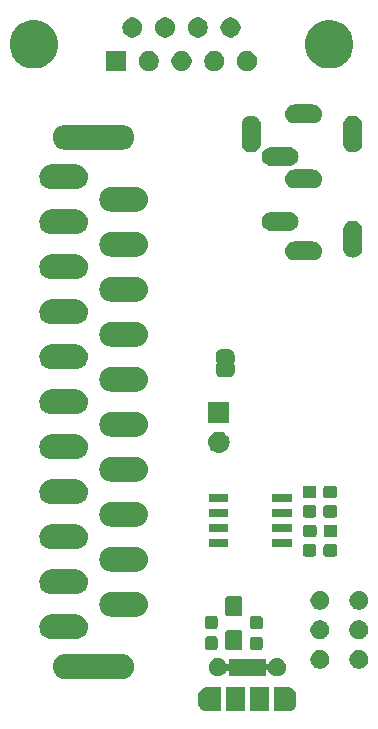
<source format=gts>
G04 #@! TF.GenerationSoftware,KiCad,Pcbnew,(5.1.0)-1*
G04 #@! TF.CreationDate,2019-10-24T14:33:42-04:00*
G04 #@! TF.ProjectId,SCART to  VGA,53434152-5420-4746-9f20-205647412e6b,rev?*
G04 #@! TF.SameCoordinates,Original*
G04 #@! TF.FileFunction,Soldermask,Top*
G04 #@! TF.FilePolarity,Negative*
%FSLAX46Y46*%
G04 Gerber Fmt 4.6, Leading zero omitted, Abs format (unit mm)*
G04 Created by KiCad (PCBNEW (5.1.0)-1) date 2019-10-24 14:33:42*
%MOMM*%
%LPD*%
G04 APERTURE LIST*
%ADD10C,0.100000*%
G04 APERTURE END LIST*
D10*
G36*
X91902862Y-135046398D02*
G01*
X91915114Y-135047000D01*
X93128000Y-135047000D01*
X93128000Y-137049000D01*
X91915114Y-137049000D01*
X91902862Y-137049602D01*
X91877000Y-137052149D01*
X91851138Y-137049602D01*
X91838886Y-137049000D01*
X91765594Y-137049000D01*
X91748836Y-137040043D01*
X91737299Y-137035915D01*
X91652307Y-137010132D01*
X91626664Y-137002354D01*
X91513575Y-136941906D01*
X91414447Y-136860554D01*
X91333094Y-136761424D01*
X91272646Y-136648335D01*
X91262960Y-136616403D01*
X91235420Y-136525617D01*
X91226000Y-136429972D01*
X91226000Y-135666027D01*
X91235420Y-135570382D01*
X91272645Y-135447668D01*
X91333096Y-135334574D01*
X91414447Y-135235446D01*
X91513576Y-135154094D01*
X91626666Y-135093646D01*
X91626669Y-135093645D01*
X91737290Y-135060088D01*
X91759925Y-135050712D01*
X91765481Y-135047000D01*
X91838886Y-135047000D01*
X91851138Y-135046398D01*
X91877000Y-135043851D01*
X91902862Y-135046398D01*
X91902862Y-135046398D01*
G37*
G36*
X98902862Y-135046398D02*
G01*
X98915114Y-135047000D01*
X98988406Y-135047000D01*
X99005164Y-135055957D01*
X99016707Y-135060087D01*
X99127331Y-135093645D01*
X99127334Y-135093646D01*
X99240424Y-135154094D01*
X99339554Y-135235447D01*
X99420906Y-135334575D01*
X99481354Y-135447664D01*
X99491040Y-135479596D01*
X99518580Y-135570382D01*
X99528000Y-135666027D01*
X99528000Y-136429973D01*
X99518580Y-136525618D01*
X99491040Y-136616404D01*
X99481354Y-136648336D01*
X99420906Y-136761425D01*
X99339554Y-136860554D01*
X99240425Y-136941906D01*
X99127336Y-137002354D01*
X99101693Y-137010132D01*
X99016708Y-137035913D01*
X98994075Y-137045287D01*
X98988518Y-137049000D01*
X98915114Y-137049000D01*
X98902862Y-137049602D01*
X98877000Y-137052149D01*
X98851138Y-137049602D01*
X98838886Y-137049000D01*
X97626000Y-137049000D01*
X97626000Y-135047000D01*
X98838886Y-135047000D01*
X98851138Y-135046398D01*
X98877000Y-135043851D01*
X98902862Y-135046398D01*
X98902862Y-135046398D01*
G37*
G36*
X95178000Y-137049000D02*
G01*
X93576000Y-137049000D01*
X93576000Y-135047000D01*
X95178000Y-135047000D01*
X95178000Y-137049000D01*
X95178000Y-137049000D01*
G37*
G36*
X97178000Y-137049000D02*
G01*
X95576000Y-137049000D01*
X95576000Y-135047000D01*
X97178000Y-135047000D01*
X97178000Y-137049000D01*
X97178000Y-137049000D01*
G37*
G36*
X84862597Y-132225069D02*
G01*
X84965532Y-132235207D01*
X85157389Y-132293407D01*
X85163649Y-132295306D01*
X85260475Y-132347061D01*
X85346229Y-132392897D01*
X85506265Y-132524235D01*
X85637603Y-132684271D01*
X85670191Y-132745239D01*
X85735194Y-132866851D01*
X85735195Y-132866854D01*
X85795293Y-133064968D01*
X85815585Y-133271000D01*
X85795293Y-133477032D01*
X85750491Y-133624722D01*
X85735194Y-133675149D01*
X85683439Y-133771975D01*
X85637603Y-133857729D01*
X85506265Y-134017765D01*
X85346229Y-134149103D01*
X85260475Y-134194939D01*
X85163649Y-134246694D01*
X85163646Y-134246695D01*
X84965532Y-134306793D01*
X84862597Y-134316931D01*
X84811131Y-134322000D01*
X79907869Y-134322000D01*
X79856403Y-134316931D01*
X79753468Y-134306793D01*
X79555354Y-134246695D01*
X79555351Y-134246694D01*
X79458525Y-134194939D01*
X79372771Y-134149103D01*
X79212735Y-134017765D01*
X79081397Y-133857729D01*
X79035561Y-133771975D01*
X78983806Y-133675149D01*
X78968509Y-133624722D01*
X78923707Y-133477032D01*
X78903415Y-133271000D01*
X78923707Y-133064968D01*
X78983805Y-132866854D01*
X78983806Y-132866851D01*
X79048809Y-132745239D01*
X79081397Y-132684271D01*
X79212735Y-132524235D01*
X79372771Y-132392897D01*
X79458525Y-132347061D01*
X79555351Y-132295306D01*
X79561611Y-132293407D01*
X79753468Y-132235207D01*
X79856403Y-132225069D01*
X79907869Y-132220000D01*
X84811131Y-132220000D01*
X84862597Y-132225069D01*
X84862597Y-132225069D01*
G37*
G36*
X93103348Y-132601820D02*
G01*
X93103350Y-132601821D01*
X93103351Y-132601821D01*
X93244574Y-132660317D01*
X93244577Y-132660319D01*
X93371669Y-132745239D01*
X93479761Y-132853331D01*
X93517615Y-132909984D01*
X93564683Y-132980426D01*
X93585517Y-133030725D01*
X93597068Y-133052336D01*
X93612614Y-133071278D01*
X93631556Y-133086823D01*
X93653166Y-133098374D01*
X93676615Y-133105487D01*
X93701001Y-133107889D01*
X93725387Y-133105487D01*
X93748836Y-133098374D01*
X93770447Y-133086823D01*
X93789389Y-133071277D01*
X93804934Y-133052335D01*
X93816485Y-133030725D01*
X93823598Y-133007276D01*
X93826000Y-132982890D01*
X93826000Y-132622000D01*
X96928000Y-132622000D01*
X96928000Y-132982890D01*
X96930402Y-133007276D01*
X96937515Y-133030725D01*
X96949066Y-133052336D01*
X96964611Y-133071278D01*
X96983553Y-133086823D01*
X97005164Y-133098374D01*
X97028613Y-133105487D01*
X97052999Y-133107889D01*
X97077385Y-133105487D01*
X97100834Y-133098374D01*
X97122445Y-133086823D01*
X97141387Y-133071278D01*
X97156932Y-133052336D01*
X97168483Y-133030725D01*
X97189317Y-132980426D01*
X97236385Y-132909984D01*
X97274239Y-132853331D01*
X97382331Y-132745239D01*
X97509423Y-132660319D01*
X97509426Y-132660317D01*
X97650649Y-132601821D01*
X97650650Y-132601821D01*
X97650652Y-132601820D01*
X97800569Y-132572000D01*
X97953431Y-132572000D01*
X98103348Y-132601820D01*
X98103350Y-132601821D01*
X98103351Y-132601821D01*
X98244574Y-132660317D01*
X98244577Y-132660319D01*
X98371669Y-132745239D01*
X98479761Y-132853331D01*
X98517615Y-132909984D01*
X98564683Y-132980426D01*
X98617479Y-133107889D01*
X98623180Y-133121652D01*
X98653000Y-133271569D01*
X98653000Y-133424431D01*
X98642538Y-133477030D01*
X98623179Y-133574351D01*
X98564683Y-133715574D01*
X98564682Y-133715575D01*
X98564681Y-133715577D01*
X98479761Y-133842669D01*
X98371669Y-133950761D01*
X98271390Y-134017765D01*
X98244574Y-134035683D01*
X98103351Y-134094179D01*
X98103350Y-134094179D01*
X98103348Y-134094180D01*
X97953431Y-134124000D01*
X97800569Y-134124000D01*
X97650652Y-134094180D01*
X97650650Y-134094179D01*
X97650649Y-134094179D01*
X97509426Y-134035683D01*
X97482610Y-134017765D01*
X97382331Y-133950761D01*
X97274239Y-133842669D01*
X97189318Y-133715575D01*
X97189317Y-133715574D01*
X97168481Y-133665272D01*
X97156932Y-133643664D01*
X97141386Y-133624722D01*
X97122444Y-133609177D01*
X97100834Y-133597626D01*
X97077385Y-133590513D01*
X97052999Y-133588111D01*
X97028613Y-133590513D01*
X97005164Y-133597626D01*
X96983553Y-133609177D01*
X96964611Y-133624723D01*
X96949066Y-133643665D01*
X96937515Y-133665275D01*
X96930402Y-133688724D01*
X96928000Y-133713110D01*
X96928000Y-134074000D01*
X93826000Y-134074000D01*
X93826000Y-133713110D01*
X93823598Y-133688724D01*
X93816485Y-133665275D01*
X93804934Y-133643664D01*
X93789389Y-133624722D01*
X93770447Y-133609177D01*
X93748836Y-133597626D01*
X93725387Y-133590513D01*
X93701001Y-133588111D01*
X93676615Y-133590513D01*
X93653166Y-133597626D01*
X93631555Y-133609177D01*
X93612613Y-133624722D01*
X93597068Y-133643664D01*
X93585519Y-133665272D01*
X93564683Y-133715574D01*
X93564682Y-133715575D01*
X93479761Y-133842669D01*
X93371669Y-133950761D01*
X93271390Y-134017765D01*
X93244574Y-134035683D01*
X93103351Y-134094179D01*
X93103350Y-134094179D01*
X93103348Y-134094180D01*
X92953431Y-134124000D01*
X92800569Y-134124000D01*
X92650652Y-134094180D01*
X92650650Y-134094179D01*
X92650649Y-134094179D01*
X92509426Y-134035683D01*
X92482610Y-134017765D01*
X92382331Y-133950761D01*
X92274239Y-133842669D01*
X92189319Y-133715577D01*
X92189318Y-133715575D01*
X92189317Y-133715574D01*
X92130821Y-133574351D01*
X92111463Y-133477030D01*
X92101000Y-133424431D01*
X92101000Y-133271569D01*
X92130820Y-133121652D01*
X92136521Y-133107889D01*
X92189317Y-132980426D01*
X92236385Y-132909984D01*
X92274239Y-132853331D01*
X92382331Y-132745239D01*
X92509423Y-132660319D01*
X92509426Y-132660317D01*
X92650649Y-132601821D01*
X92650650Y-132601821D01*
X92650652Y-132601820D01*
X92800569Y-132572000D01*
X92953431Y-132572000D01*
X93103348Y-132601820D01*
X93103348Y-132601820D01*
G37*
G36*
X105058984Y-131900358D02*
G01*
X105205593Y-131961086D01*
X105205595Y-131961087D01*
X105272014Y-132005467D01*
X105337539Y-132049249D01*
X105449751Y-132161461D01*
X105537914Y-132293407D01*
X105598642Y-132440016D01*
X105629600Y-132595654D01*
X105629600Y-132754346D01*
X105598642Y-132909984D01*
X105568443Y-132982890D01*
X105537913Y-133056595D01*
X105449750Y-133188540D01*
X105337540Y-133300750D01*
X105205595Y-133388913D01*
X105205594Y-133388914D01*
X105205593Y-133388914D01*
X105058984Y-133449642D01*
X104903346Y-133480600D01*
X104744654Y-133480600D01*
X104589016Y-133449642D01*
X104442407Y-133388914D01*
X104442406Y-133388914D01*
X104442405Y-133388913D01*
X104310460Y-133300750D01*
X104198250Y-133188540D01*
X104110087Y-133056595D01*
X104079557Y-132982890D01*
X104049358Y-132909984D01*
X104018400Y-132754346D01*
X104018400Y-132595654D01*
X104049358Y-132440016D01*
X104110086Y-132293407D01*
X104198249Y-132161461D01*
X104310461Y-132049249D01*
X104375986Y-132005467D01*
X104442405Y-131961087D01*
X104442407Y-131961086D01*
X104589016Y-131900358D01*
X104744654Y-131869400D01*
X104903346Y-131869400D01*
X105058984Y-131900358D01*
X105058984Y-131900358D01*
G37*
G36*
X101758984Y-131900358D02*
G01*
X101905593Y-131961086D01*
X101905595Y-131961087D01*
X101972014Y-132005467D01*
X102037539Y-132049249D01*
X102149751Y-132161461D01*
X102237914Y-132293407D01*
X102298642Y-132440016D01*
X102329600Y-132595654D01*
X102329600Y-132754346D01*
X102298642Y-132909984D01*
X102268443Y-132982890D01*
X102237913Y-133056595D01*
X102149750Y-133188540D01*
X102037540Y-133300750D01*
X101905595Y-133388913D01*
X101905594Y-133388914D01*
X101905593Y-133388914D01*
X101758984Y-133449642D01*
X101603346Y-133480600D01*
X101444654Y-133480600D01*
X101289016Y-133449642D01*
X101142407Y-133388914D01*
X101142406Y-133388914D01*
X101142405Y-133388913D01*
X101010460Y-133300750D01*
X100898250Y-133188540D01*
X100810087Y-133056595D01*
X100779557Y-132982890D01*
X100749358Y-132909984D01*
X100718400Y-132754346D01*
X100718400Y-132595654D01*
X100749358Y-132440016D01*
X100810086Y-132293407D01*
X100898249Y-132161461D01*
X101010461Y-132049249D01*
X101075986Y-132005467D01*
X101142405Y-131961087D01*
X101142407Y-131961086D01*
X101289016Y-131900358D01*
X101444654Y-131869400D01*
X101603346Y-131869400D01*
X101758984Y-131900358D01*
X101758984Y-131900358D01*
G37*
G36*
X94806798Y-130229747D02*
G01*
X94842367Y-130240537D01*
X94875139Y-130258054D01*
X94903869Y-130281631D01*
X94927446Y-130310361D01*
X94944963Y-130343133D01*
X94955753Y-130378702D01*
X94960000Y-130421825D01*
X94960000Y-131706175D01*
X94955753Y-131749298D01*
X94944963Y-131784867D01*
X94927446Y-131817639D01*
X94903869Y-131846369D01*
X94875139Y-131869946D01*
X94842367Y-131887463D01*
X94806798Y-131898253D01*
X94763675Y-131902500D01*
X93704325Y-131902500D01*
X93661202Y-131898253D01*
X93625633Y-131887463D01*
X93592861Y-131869946D01*
X93564131Y-131846369D01*
X93540554Y-131817639D01*
X93523037Y-131784867D01*
X93512247Y-131749298D01*
X93508000Y-131706175D01*
X93508000Y-130421825D01*
X93512247Y-130378702D01*
X93523037Y-130343133D01*
X93540554Y-130310361D01*
X93564131Y-130281631D01*
X93592861Y-130258054D01*
X93625633Y-130240537D01*
X93661202Y-130229747D01*
X93704325Y-130225500D01*
X94763675Y-130225500D01*
X94806798Y-130229747D01*
X94806798Y-130229747D01*
G37*
G36*
X96503499Y-130746445D02*
G01*
X96540995Y-130757820D01*
X96575554Y-130776292D01*
X96605847Y-130801153D01*
X96630708Y-130831446D01*
X96649180Y-130866005D01*
X96660555Y-130903501D01*
X96665000Y-130948638D01*
X96665000Y-131687362D01*
X96660555Y-131732499D01*
X96649180Y-131769995D01*
X96630708Y-131804554D01*
X96605847Y-131834847D01*
X96575554Y-131859708D01*
X96540995Y-131878180D01*
X96503499Y-131889555D01*
X96458362Y-131894000D01*
X95819638Y-131894000D01*
X95774501Y-131889555D01*
X95737005Y-131878180D01*
X95702446Y-131859708D01*
X95672153Y-131834847D01*
X95647292Y-131804554D01*
X95628820Y-131769995D01*
X95617445Y-131732499D01*
X95613000Y-131687362D01*
X95613000Y-130948638D01*
X95617445Y-130903501D01*
X95628820Y-130866005D01*
X95647292Y-130831446D01*
X95672153Y-130801153D01*
X95702446Y-130776292D01*
X95737005Y-130757820D01*
X95774501Y-130746445D01*
X95819638Y-130742000D01*
X96458362Y-130742000D01*
X96503499Y-130746445D01*
X96503499Y-130746445D01*
G37*
G36*
X92693499Y-130732445D02*
G01*
X92730995Y-130743820D01*
X92765554Y-130762292D01*
X92795847Y-130787153D01*
X92820708Y-130817446D01*
X92839180Y-130852005D01*
X92850555Y-130889501D01*
X92855000Y-130934638D01*
X92855000Y-131673362D01*
X92850555Y-131718499D01*
X92839180Y-131755995D01*
X92820708Y-131790554D01*
X92795847Y-131820847D01*
X92765554Y-131845708D01*
X92730995Y-131864180D01*
X92693499Y-131875555D01*
X92648362Y-131880000D01*
X92009638Y-131880000D01*
X91964501Y-131875555D01*
X91927005Y-131864180D01*
X91892446Y-131845708D01*
X91862153Y-131820847D01*
X91837292Y-131790554D01*
X91818820Y-131755995D01*
X91807445Y-131718499D01*
X91803000Y-131673362D01*
X91803000Y-130934638D01*
X91807445Y-130889501D01*
X91818820Y-130852005D01*
X91837292Y-130817446D01*
X91862153Y-130787153D01*
X91892446Y-130762292D01*
X91927005Y-130743820D01*
X91964501Y-130732445D01*
X92009638Y-130728000D01*
X92648362Y-130728000D01*
X92693499Y-130732445D01*
X92693499Y-130732445D01*
G37*
G36*
X105058984Y-129400358D02*
G01*
X105205593Y-129461086D01*
X105205595Y-129461087D01*
X105272014Y-129505467D01*
X105337539Y-129549249D01*
X105449751Y-129661461D01*
X105537914Y-129793407D01*
X105598642Y-129940016D01*
X105629600Y-130095654D01*
X105629600Y-130254346D01*
X105598642Y-130409984D01*
X105537914Y-130556593D01*
X105463632Y-130667765D01*
X105449750Y-130688540D01*
X105337540Y-130800750D01*
X105205595Y-130888913D01*
X105205594Y-130888914D01*
X105205593Y-130888914D01*
X105058984Y-130949642D01*
X104903346Y-130980600D01*
X104744654Y-130980600D01*
X104589016Y-130949642D01*
X104442407Y-130888914D01*
X104442406Y-130888914D01*
X104442405Y-130888913D01*
X104310460Y-130800750D01*
X104198250Y-130688540D01*
X104184369Y-130667765D01*
X104110086Y-130556593D01*
X104049358Y-130409984D01*
X104018400Y-130254346D01*
X104018400Y-130095654D01*
X104049358Y-129940016D01*
X104110086Y-129793407D01*
X104198249Y-129661461D01*
X104310461Y-129549249D01*
X104375986Y-129505467D01*
X104442405Y-129461087D01*
X104442407Y-129461086D01*
X104589016Y-129400358D01*
X104744654Y-129369400D01*
X104903346Y-129369400D01*
X105058984Y-129400358D01*
X105058984Y-129400358D01*
G37*
G36*
X101758984Y-129400358D02*
G01*
X101905593Y-129461086D01*
X101905595Y-129461087D01*
X101972014Y-129505467D01*
X102037539Y-129549249D01*
X102149751Y-129661461D01*
X102237914Y-129793407D01*
X102298642Y-129940016D01*
X102329600Y-130095654D01*
X102329600Y-130254346D01*
X102298642Y-130409984D01*
X102237914Y-130556593D01*
X102163632Y-130667765D01*
X102149750Y-130688540D01*
X102037540Y-130800750D01*
X101905595Y-130888913D01*
X101905594Y-130888914D01*
X101905593Y-130888914D01*
X101758984Y-130949642D01*
X101603346Y-130980600D01*
X101444654Y-130980600D01*
X101289016Y-130949642D01*
X101142407Y-130888914D01*
X101142406Y-130888914D01*
X101142405Y-130888913D01*
X101010460Y-130800750D01*
X100898250Y-130688540D01*
X100884369Y-130667765D01*
X100810086Y-130556593D01*
X100749358Y-130409984D01*
X100718400Y-130254346D01*
X100718400Y-130095654D01*
X100749358Y-129940016D01*
X100810086Y-129793407D01*
X100898249Y-129661461D01*
X101010461Y-129549249D01*
X101075986Y-129505467D01*
X101142405Y-129461087D01*
X101142407Y-129461086D01*
X101289016Y-129400358D01*
X101444654Y-129369400D01*
X101603346Y-129369400D01*
X101758984Y-129400358D01*
X101758984Y-129400358D01*
G37*
G36*
X80914769Y-128874298D02*
G01*
X81025532Y-128885207D01*
X81214857Y-128942639D01*
X81223649Y-128945306D01*
X81293131Y-128982445D01*
X81406229Y-129042897D01*
X81566265Y-129174235D01*
X81697603Y-129334271D01*
X81743439Y-129420025D01*
X81795194Y-129516851D01*
X81795195Y-129516854D01*
X81855293Y-129714968D01*
X81875585Y-129921000D01*
X81855293Y-130127032D01*
X81816672Y-130254346D01*
X81795194Y-130325149D01*
X81749848Y-130409985D01*
X81697603Y-130507729D01*
X81566265Y-130667765D01*
X81406229Y-130799103D01*
X81395138Y-130805031D01*
X81223649Y-130896694D01*
X81223646Y-130896695D01*
X81025532Y-130956793D01*
X80922597Y-130966931D01*
X80871131Y-130972000D01*
X78767869Y-130972000D01*
X78716403Y-130966931D01*
X78613468Y-130956793D01*
X78415354Y-130896695D01*
X78415351Y-130896694D01*
X78243862Y-130805031D01*
X78232771Y-130799103D01*
X78072735Y-130667765D01*
X77941397Y-130507729D01*
X77889152Y-130409985D01*
X77843806Y-130325149D01*
X77822328Y-130254346D01*
X77783707Y-130127032D01*
X77763415Y-129921000D01*
X77783707Y-129714968D01*
X77843805Y-129516854D01*
X77843806Y-129516851D01*
X77895561Y-129420025D01*
X77941397Y-129334271D01*
X78072735Y-129174235D01*
X78232771Y-129042897D01*
X78345869Y-128982445D01*
X78415351Y-128945306D01*
X78424143Y-128942639D01*
X78613468Y-128885207D01*
X78724231Y-128874298D01*
X78767869Y-128870000D01*
X80871131Y-128870000D01*
X80914769Y-128874298D01*
X80914769Y-128874298D01*
G37*
G36*
X96503499Y-128996445D02*
G01*
X96540995Y-129007820D01*
X96575554Y-129026292D01*
X96605847Y-129051153D01*
X96630708Y-129081446D01*
X96649180Y-129116005D01*
X96660555Y-129153501D01*
X96665000Y-129198638D01*
X96665000Y-129937362D01*
X96660555Y-129982499D01*
X96649180Y-130019995D01*
X96630708Y-130054554D01*
X96605847Y-130084847D01*
X96575554Y-130109708D01*
X96540995Y-130128180D01*
X96503499Y-130139555D01*
X96458362Y-130144000D01*
X95819638Y-130144000D01*
X95774501Y-130139555D01*
X95737005Y-130128180D01*
X95702446Y-130109708D01*
X95672153Y-130084847D01*
X95647292Y-130054554D01*
X95628820Y-130019995D01*
X95617445Y-129982499D01*
X95613000Y-129937362D01*
X95613000Y-129198638D01*
X95617445Y-129153501D01*
X95628820Y-129116005D01*
X95647292Y-129081446D01*
X95672153Y-129051153D01*
X95702446Y-129026292D01*
X95737005Y-129007820D01*
X95774501Y-128996445D01*
X95819638Y-128992000D01*
X96458362Y-128992000D01*
X96503499Y-128996445D01*
X96503499Y-128996445D01*
G37*
G36*
X92693499Y-128982445D02*
G01*
X92730995Y-128993820D01*
X92765554Y-129012292D01*
X92795847Y-129037153D01*
X92820708Y-129067446D01*
X92839180Y-129102005D01*
X92850555Y-129139501D01*
X92855000Y-129184638D01*
X92855000Y-129923362D01*
X92850555Y-129968499D01*
X92839180Y-130005995D01*
X92820708Y-130040554D01*
X92795847Y-130070847D01*
X92765554Y-130095708D01*
X92730995Y-130114180D01*
X92693499Y-130125555D01*
X92648362Y-130130000D01*
X92009638Y-130130000D01*
X91964501Y-130125555D01*
X91927005Y-130114180D01*
X91892446Y-130095708D01*
X91862153Y-130070847D01*
X91837292Y-130040554D01*
X91818820Y-130005995D01*
X91807445Y-129968499D01*
X91803000Y-129923362D01*
X91803000Y-129184638D01*
X91807445Y-129139501D01*
X91818820Y-129102005D01*
X91837292Y-129067446D01*
X91862153Y-129037153D01*
X91892446Y-129012292D01*
X91927005Y-128993820D01*
X91964501Y-128982445D01*
X92009638Y-128978000D01*
X92648362Y-128978000D01*
X92693499Y-128982445D01*
X92693499Y-128982445D01*
G37*
G36*
X86002597Y-126960069D02*
G01*
X86105532Y-126970207D01*
X86303646Y-127030305D01*
X86303649Y-127030306D01*
X86400475Y-127082061D01*
X86486229Y-127127897D01*
X86646265Y-127259235D01*
X86777603Y-127419271D01*
X86788691Y-127440016D01*
X86875194Y-127601851D01*
X86875195Y-127601854D01*
X86935293Y-127799968D01*
X86955585Y-128006000D01*
X86935293Y-128212032D01*
X86908380Y-128300750D01*
X86875194Y-128410149D01*
X86854085Y-128449641D01*
X86777603Y-128592729D01*
X86646265Y-128752765D01*
X86486229Y-128884103D01*
X86400475Y-128929939D01*
X86303649Y-128981694D01*
X86303646Y-128981695D01*
X86105532Y-129041793D01*
X86002597Y-129051931D01*
X85951131Y-129057000D01*
X83847869Y-129057000D01*
X83796403Y-129051931D01*
X83693468Y-129041793D01*
X83495354Y-128981695D01*
X83495351Y-128981694D01*
X83398525Y-128929939D01*
X83312771Y-128884103D01*
X83152735Y-128752765D01*
X83021397Y-128592729D01*
X82944915Y-128449641D01*
X82923806Y-128410149D01*
X82890620Y-128300750D01*
X82863707Y-128212032D01*
X82843415Y-128006000D01*
X82863707Y-127799968D01*
X82923805Y-127601854D01*
X82923806Y-127601851D01*
X83010309Y-127440016D01*
X83021397Y-127419271D01*
X83152735Y-127259235D01*
X83312771Y-127127897D01*
X83398525Y-127082061D01*
X83495351Y-127030306D01*
X83495354Y-127030305D01*
X83693468Y-126970207D01*
X83796403Y-126960069D01*
X83847869Y-126955000D01*
X85951131Y-126955000D01*
X86002597Y-126960069D01*
X86002597Y-126960069D01*
G37*
G36*
X94806798Y-127354747D02*
G01*
X94842367Y-127365537D01*
X94875139Y-127383054D01*
X94903869Y-127406631D01*
X94927446Y-127435361D01*
X94944963Y-127468133D01*
X94955753Y-127503702D01*
X94960000Y-127546825D01*
X94960000Y-128831175D01*
X94955753Y-128874298D01*
X94944963Y-128909867D01*
X94927446Y-128942639D01*
X94903869Y-128971369D01*
X94875139Y-128994946D01*
X94842367Y-129012463D01*
X94806798Y-129023253D01*
X94763675Y-129027500D01*
X93704325Y-129027500D01*
X93661202Y-129023253D01*
X93625633Y-129012463D01*
X93592861Y-128994946D01*
X93564131Y-128971369D01*
X93540554Y-128942639D01*
X93523037Y-128909867D01*
X93512247Y-128874298D01*
X93508000Y-128831175D01*
X93508000Y-127546825D01*
X93512247Y-127503702D01*
X93523037Y-127468133D01*
X93540554Y-127435361D01*
X93564131Y-127406631D01*
X93592861Y-127383054D01*
X93625633Y-127365537D01*
X93661202Y-127354747D01*
X93704325Y-127350500D01*
X94763675Y-127350500D01*
X94806798Y-127354747D01*
X94806798Y-127354747D01*
G37*
G36*
X101758984Y-126900358D02*
G01*
X101890900Y-126955000D01*
X101905595Y-126961087D01*
X101919244Y-126970207D01*
X102037539Y-127049249D01*
X102149751Y-127161461D01*
X102237914Y-127293407D01*
X102298642Y-127440016D01*
X102329600Y-127595654D01*
X102329600Y-127754346D01*
X102298642Y-127909984D01*
X102237914Y-128056593D01*
X102237913Y-128056595D01*
X102149750Y-128188540D01*
X102037540Y-128300750D01*
X101905595Y-128388913D01*
X101905594Y-128388914D01*
X101905593Y-128388914D01*
X101758984Y-128449642D01*
X101603346Y-128480600D01*
X101444654Y-128480600D01*
X101289016Y-128449642D01*
X101142407Y-128388914D01*
X101142406Y-128388914D01*
X101142405Y-128388913D01*
X101010460Y-128300750D01*
X100898250Y-128188540D01*
X100810087Y-128056595D01*
X100810086Y-128056593D01*
X100749358Y-127909984D01*
X100718400Y-127754346D01*
X100718400Y-127595654D01*
X100749358Y-127440016D01*
X100810086Y-127293407D01*
X100898249Y-127161461D01*
X101010461Y-127049249D01*
X101128756Y-126970207D01*
X101142405Y-126961087D01*
X101157100Y-126955000D01*
X101289016Y-126900358D01*
X101444654Y-126869400D01*
X101603346Y-126869400D01*
X101758984Y-126900358D01*
X101758984Y-126900358D01*
G37*
G36*
X105058984Y-126900358D02*
G01*
X105190900Y-126955000D01*
X105205595Y-126961087D01*
X105219244Y-126970207D01*
X105337539Y-127049249D01*
X105449751Y-127161461D01*
X105537914Y-127293407D01*
X105598642Y-127440016D01*
X105629600Y-127595654D01*
X105629600Y-127754346D01*
X105598642Y-127909984D01*
X105537914Y-128056593D01*
X105537913Y-128056595D01*
X105449750Y-128188540D01*
X105337540Y-128300750D01*
X105205595Y-128388913D01*
X105205594Y-128388914D01*
X105205593Y-128388914D01*
X105058984Y-128449642D01*
X104903346Y-128480600D01*
X104744654Y-128480600D01*
X104589016Y-128449642D01*
X104442407Y-128388914D01*
X104442406Y-128388914D01*
X104442405Y-128388913D01*
X104310460Y-128300750D01*
X104198250Y-128188540D01*
X104110087Y-128056595D01*
X104110086Y-128056593D01*
X104049358Y-127909984D01*
X104018400Y-127754346D01*
X104018400Y-127595654D01*
X104049358Y-127440016D01*
X104110086Y-127293407D01*
X104198249Y-127161461D01*
X104310461Y-127049249D01*
X104428756Y-126970207D01*
X104442405Y-126961087D01*
X104457100Y-126955000D01*
X104589016Y-126900358D01*
X104744654Y-126869400D01*
X104903346Y-126869400D01*
X105058984Y-126900358D01*
X105058984Y-126900358D01*
G37*
G36*
X80922597Y-125065069D02*
G01*
X81025532Y-125075207D01*
X81223646Y-125135305D01*
X81223649Y-125135306D01*
X81320475Y-125187061D01*
X81406229Y-125232897D01*
X81566265Y-125364235D01*
X81697603Y-125524271D01*
X81743439Y-125610025D01*
X81795194Y-125706851D01*
X81795195Y-125706854D01*
X81855293Y-125904968D01*
X81875585Y-126111000D01*
X81855293Y-126317032D01*
X81795195Y-126515146D01*
X81795194Y-126515149D01*
X81743439Y-126611975D01*
X81697603Y-126697729D01*
X81566265Y-126857765D01*
X81406229Y-126989103D01*
X81329145Y-127030305D01*
X81223649Y-127086694D01*
X81223646Y-127086695D01*
X81025532Y-127146793D01*
X80922597Y-127156931D01*
X80871131Y-127162000D01*
X78767869Y-127162000D01*
X78716403Y-127156931D01*
X78613468Y-127146793D01*
X78415354Y-127086695D01*
X78415351Y-127086694D01*
X78309855Y-127030305D01*
X78232771Y-126989103D01*
X78072735Y-126857765D01*
X77941397Y-126697729D01*
X77895561Y-126611975D01*
X77843806Y-126515149D01*
X77843805Y-126515146D01*
X77783707Y-126317032D01*
X77763415Y-126111000D01*
X77783707Y-125904968D01*
X77843805Y-125706854D01*
X77843806Y-125706851D01*
X77895561Y-125610025D01*
X77941397Y-125524271D01*
X78072735Y-125364235D01*
X78232771Y-125232897D01*
X78318525Y-125187061D01*
X78415351Y-125135306D01*
X78415354Y-125135305D01*
X78613468Y-125075207D01*
X78716403Y-125065069D01*
X78767869Y-125060000D01*
X80871131Y-125060000D01*
X80922597Y-125065069D01*
X80922597Y-125065069D01*
G37*
G36*
X86002597Y-123150069D02*
G01*
X86105532Y-123160207D01*
X86303646Y-123220305D01*
X86303649Y-123220306D01*
X86400475Y-123272061D01*
X86486229Y-123317897D01*
X86646265Y-123449235D01*
X86777603Y-123609271D01*
X86823439Y-123695025D01*
X86875194Y-123791851D01*
X86875195Y-123791854D01*
X86935293Y-123989968D01*
X86955585Y-124196000D01*
X86935293Y-124402032D01*
X86875195Y-124600146D01*
X86875194Y-124600149D01*
X86823439Y-124696975D01*
X86777603Y-124782729D01*
X86646265Y-124942765D01*
X86486229Y-125074103D01*
X86400475Y-125119939D01*
X86303649Y-125171694D01*
X86303646Y-125171695D01*
X86105532Y-125231793D01*
X86002597Y-125241931D01*
X85951131Y-125247000D01*
X83847869Y-125247000D01*
X83796403Y-125241931D01*
X83693468Y-125231793D01*
X83495354Y-125171695D01*
X83495351Y-125171694D01*
X83398525Y-125119939D01*
X83312771Y-125074103D01*
X83152735Y-124942765D01*
X83021397Y-124782729D01*
X82975561Y-124696975D01*
X82923806Y-124600149D01*
X82923805Y-124600146D01*
X82863707Y-124402032D01*
X82843415Y-124196000D01*
X82863707Y-123989968D01*
X82923805Y-123791854D01*
X82923806Y-123791851D01*
X82975561Y-123695025D01*
X83021397Y-123609271D01*
X83152735Y-123449235D01*
X83312771Y-123317897D01*
X83398525Y-123272061D01*
X83495351Y-123220306D01*
X83495354Y-123220305D01*
X83693468Y-123160207D01*
X83796403Y-123150069D01*
X83847869Y-123145000D01*
X85951131Y-123145000D01*
X86002597Y-123150069D01*
X86002597Y-123150069D01*
G37*
G36*
X102813299Y-122922445D02*
G01*
X102850795Y-122933820D01*
X102885354Y-122952292D01*
X102915647Y-122977153D01*
X102940508Y-123007446D01*
X102958980Y-123042005D01*
X102970355Y-123079501D01*
X102974800Y-123124638D01*
X102974800Y-123763362D01*
X102970355Y-123808499D01*
X102958980Y-123845995D01*
X102940508Y-123880554D01*
X102915647Y-123910847D01*
X102885354Y-123935708D01*
X102850795Y-123954180D01*
X102813299Y-123965555D01*
X102768162Y-123970000D01*
X102029438Y-123970000D01*
X101984301Y-123965555D01*
X101946805Y-123954180D01*
X101912246Y-123935708D01*
X101881953Y-123910847D01*
X101857092Y-123880554D01*
X101838620Y-123845995D01*
X101827245Y-123808499D01*
X101822800Y-123763362D01*
X101822800Y-123124638D01*
X101827245Y-123079501D01*
X101838620Y-123042005D01*
X101857092Y-123007446D01*
X101881953Y-122977153D01*
X101912246Y-122952292D01*
X101946805Y-122933820D01*
X101984301Y-122922445D01*
X102029438Y-122918000D01*
X102768162Y-122918000D01*
X102813299Y-122922445D01*
X102813299Y-122922445D01*
G37*
G36*
X101063299Y-122922445D02*
G01*
X101100795Y-122933820D01*
X101135354Y-122952292D01*
X101165647Y-122977153D01*
X101190508Y-123007446D01*
X101208980Y-123042005D01*
X101220355Y-123079501D01*
X101224800Y-123124638D01*
X101224800Y-123763362D01*
X101220355Y-123808499D01*
X101208980Y-123845995D01*
X101190508Y-123880554D01*
X101165647Y-123910847D01*
X101135354Y-123935708D01*
X101100795Y-123954180D01*
X101063299Y-123965555D01*
X101018162Y-123970000D01*
X100279438Y-123970000D01*
X100234301Y-123965555D01*
X100196805Y-123954180D01*
X100162246Y-123935708D01*
X100131953Y-123910847D01*
X100107092Y-123880554D01*
X100088620Y-123845995D01*
X100077245Y-123808499D01*
X100072800Y-123763362D01*
X100072800Y-123124638D01*
X100077245Y-123079501D01*
X100088620Y-123042005D01*
X100107092Y-123007446D01*
X100131953Y-122977153D01*
X100162246Y-122952292D01*
X100196805Y-122933820D01*
X100234301Y-122922445D01*
X100279438Y-122918000D01*
X101018162Y-122918000D01*
X101063299Y-122922445D01*
X101063299Y-122922445D01*
G37*
G36*
X80922597Y-121255069D02*
G01*
X81025532Y-121265207D01*
X81223646Y-121325305D01*
X81223649Y-121325306D01*
X81320475Y-121377061D01*
X81406229Y-121422897D01*
X81566265Y-121554235D01*
X81697603Y-121714271D01*
X81743439Y-121800025D01*
X81795194Y-121896851D01*
X81795195Y-121896854D01*
X81855293Y-122094968D01*
X81875585Y-122301000D01*
X81855293Y-122507032D01*
X81795195Y-122705146D01*
X81795194Y-122705149D01*
X81743439Y-122801975D01*
X81697603Y-122887729D01*
X81566265Y-123047765D01*
X81406229Y-123179103D01*
X81329145Y-123220305D01*
X81223649Y-123276694D01*
X81223646Y-123276695D01*
X81025532Y-123336793D01*
X80922597Y-123346931D01*
X80871131Y-123352000D01*
X78767869Y-123352000D01*
X78716403Y-123346931D01*
X78613468Y-123336793D01*
X78415354Y-123276695D01*
X78415351Y-123276694D01*
X78309855Y-123220305D01*
X78232771Y-123179103D01*
X78072735Y-123047765D01*
X77941397Y-122887729D01*
X77895561Y-122801975D01*
X77843806Y-122705149D01*
X77843805Y-122705146D01*
X77783707Y-122507032D01*
X77763415Y-122301000D01*
X77783707Y-122094968D01*
X77843805Y-121896854D01*
X77843806Y-121896851D01*
X77895561Y-121800025D01*
X77941397Y-121714271D01*
X78072735Y-121554235D01*
X78232771Y-121422897D01*
X78318525Y-121377061D01*
X78415351Y-121325306D01*
X78415354Y-121325305D01*
X78613468Y-121265207D01*
X78716403Y-121255069D01*
X78767869Y-121250000D01*
X80871131Y-121250000D01*
X80922597Y-121255069D01*
X80922597Y-121255069D01*
G37*
G36*
X99157000Y-123160000D02*
G01*
X97505000Y-123160000D01*
X97505000Y-122458000D01*
X99157000Y-122458000D01*
X99157000Y-123160000D01*
X99157000Y-123160000D01*
G37*
G36*
X93757000Y-123160000D02*
G01*
X92105000Y-123160000D01*
X92105000Y-122458000D01*
X93757000Y-122458000D01*
X93757000Y-123160000D01*
X93757000Y-123160000D01*
G37*
G36*
X102825999Y-121271445D02*
G01*
X102863495Y-121282820D01*
X102898054Y-121301292D01*
X102928347Y-121326153D01*
X102953208Y-121356446D01*
X102971680Y-121391005D01*
X102983055Y-121428501D01*
X102987500Y-121473638D01*
X102987500Y-122112362D01*
X102983055Y-122157499D01*
X102971680Y-122194995D01*
X102953208Y-122229554D01*
X102928347Y-122259847D01*
X102898054Y-122284708D01*
X102863495Y-122303180D01*
X102825999Y-122314555D01*
X102780862Y-122319000D01*
X102042138Y-122319000D01*
X101997001Y-122314555D01*
X101959505Y-122303180D01*
X101924946Y-122284708D01*
X101894653Y-122259847D01*
X101869792Y-122229554D01*
X101851320Y-122194995D01*
X101839945Y-122157499D01*
X101835500Y-122112362D01*
X101835500Y-121473638D01*
X101839945Y-121428501D01*
X101851320Y-121391005D01*
X101869792Y-121356446D01*
X101894653Y-121326153D01*
X101924946Y-121301292D01*
X101959505Y-121282820D01*
X101997001Y-121271445D01*
X102042138Y-121267000D01*
X102780862Y-121267000D01*
X102825999Y-121271445D01*
X102825999Y-121271445D01*
G37*
G36*
X101075999Y-121271445D02*
G01*
X101113495Y-121282820D01*
X101148054Y-121301292D01*
X101178347Y-121326153D01*
X101203208Y-121356446D01*
X101221680Y-121391005D01*
X101233055Y-121428501D01*
X101237500Y-121473638D01*
X101237500Y-122112362D01*
X101233055Y-122157499D01*
X101221680Y-122194995D01*
X101203208Y-122229554D01*
X101178347Y-122259847D01*
X101148054Y-122284708D01*
X101113495Y-122303180D01*
X101075999Y-122314555D01*
X101030862Y-122319000D01*
X100292138Y-122319000D01*
X100247001Y-122314555D01*
X100209505Y-122303180D01*
X100174946Y-122284708D01*
X100144653Y-122259847D01*
X100119792Y-122229554D01*
X100101320Y-122194995D01*
X100089945Y-122157499D01*
X100085500Y-122112362D01*
X100085500Y-121473638D01*
X100089945Y-121428501D01*
X100101320Y-121391005D01*
X100119792Y-121356446D01*
X100144653Y-121326153D01*
X100174946Y-121301292D01*
X100209505Y-121282820D01*
X100247001Y-121271445D01*
X100292138Y-121267000D01*
X101030862Y-121267000D01*
X101075999Y-121271445D01*
X101075999Y-121271445D01*
G37*
G36*
X93757000Y-121890000D02*
G01*
X92105000Y-121890000D01*
X92105000Y-121188000D01*
X93757000Y-121188000D01*
X93757000Y-121890000D01*
X93757000Y-121890000D01*
G37*
G36*
X99157000Y-121890000D02*
G01*
X97505000Y-121890000D01*
X97505000Y-121188000D01*
X99157000Y-121188000D01*
X99157000Y-121890000D01*
X99157000Y-121890000D01*
G37*
G36*
X86002597Y-119340069D02*
G01*
X86105532Y-119350207D01*
X86303646Y-119410305D01*
X86303649Y-119410306D01*
X86400475Y-119462061D01*
X86486229Y-119507897D01*
X86646265Y-119639235D01*
X86777603Y-119799271D01*
X86820219Y-119879000D01*
X86875194Y-119981851D01*
X86875195Y-119981854D01*
X86935293Y-120179968D01*
X86955585Y-120386000D01*
X86935293Y-120592032D01*
X86913596Y-120663555D01*
X86875194Y-120790149D01*
X86823439Y-120886975D01*
X86777603Y-120972729D01*
X86646265Y-121132765D01*
X86486229Y-121264103D01*
X86443354Y-121287020D01*
X86303649Y-121361694D01*
X86303646Y-121361695D01*
X86105532Y-121421793D01*
X86002597Y-121431931D01*
X85951131Y-121437000D01*
X83847869Y-121437000D01*
X83796403Y-121431931D01*
X83693468Y-121421793D01*
X83495354Y-121361695D01*
X83495351Y-121361694D01*
X83355646Y-121287020D01*
X83312771Y-121264103D01*
X83152735Y-121132765D01*
X83021397Y-120972729D01*
X82975561Y-120886975D01*
X82923806Y-120790149D01*
X82885404Y-120663555D01*
X82863707Y-120592032D01*
X82843415Y-120386000D01*
X82863707Y-120179968D01*
X82923805Y-119981854D01*
X82923806Y-119981851D01*
X82978781Y-119879000D01*
X83021397Y-119799271D01*
X83152735Y-119639235D01*
X83312771Y-119507897D01*
X83398525Y-119462061D01*
X83495351Y-119410306D01*
X83495354Y-119410305D01*
X83693468Y-119350207D01*
X83796403Y-119340069D01*
X83847869Y-119335000D01*
X85951131Y-119335000D01*
X86002597Y-119340069D01*
X86002597Y-119340069D01*
G37*
G36*
X102811999Y-119620445D02*
G01*
X102849495Y-119631820D01*
X102884054Y-119650292D01*
X102914347Y-119675153D01*
X102939208Y-119705446D01*
X102957680Y-119740005D01*
X102969055Y-119777501D01*
X102973500Y-119822638D01*
X102973500Y-120461362D01*
X102969055Y-120506499D01*
X102957680Y-120543995D01*
X102939208Y-120578554D01*
X102914347Y-120608847D01*
X102884054Y-120633708D01*
X102849495Y-120652180D01*
X102811999Y-120663555D01*
X102766862Y-120668000D01*
X102028138Y-120668000D01*
X101983001Y-120663555D01*
X101945505Y-120652180D01*
X101910946Y-120633708D01*
X101880653Y-120608847D01*
X101855792Y-120578554D01*
X101837320Y-120543995D01*
X101825945Y-120506499D01*
X101821500Y-120461362D01*
X101821500Y-119822638D01*
X101825945Y-119777501D01*
X101837320Y-119740005D01*
X101855792Y-119705446D01*
X101880653Y-119675153D01*
X101910946Y-119650292D01*
X101945505Y-119631820D01*
X101983001Y-119620445D01*
X102028138Y-119616000D01*
X102766862Y-119616000D01*
X102811999Y-119620445D01*
X102811999Y-119620445D01*
G37*
G36*
X101061999Y-119620445D02*
G01*
X101099495Y-119631820D01*
X101134054Y-119650292D01*
X101164347Y-119675153D01*
X101189208Y-119705446D01*
X101207680Y-119740005D01*
X101219055Y-119777501D01*
X101223500Y-119822638D01*
X101223500Y-120461362D01*
X101219055Y-120506499D01*
X101207680Y-120543995D01*
X101189208Y-120578554D01*
X101164347Y-120608847D01*
X101134054Y-120633708D01*
X101099495Y-120652180D01*
X101061999Y-120663555D01*
X101016862Y-120668000D01*
X100278138Y-120668000D01*
X100233001Y-120663555D01*
X100195505Y-120652180D01*
X100160946Y-120633708D01*
X100130653Y-120608847D01*
X100105792Y-120578554D01*
X100087320Y-120543995D01*
X100075945Y-120506499D01*
X100071500Y-120461362D01*
X100071500Y-119822638D01*
X100075945Y-119777501D01*
X100087320Y-119740005D01*
X100105792Y-119705446D01*
X100130653Y-119675153D01*
X100160946Y-119650292D01*
X100195505Y-119631820D01*
X100233001Y-119620445D01*
X100278138Y-119616000D01*
X101016862Y-119616000D01*
X101061999Y-119620445D01*
X101061999Y-119620445D01*
G37*
G36*
X99157000Y-120620000D02*
G01*
X97505000Y-120620000D01*
X97505000Y-119918000D01*
X99157000Y-119918000D01*
X99157000Y-120620000D01*
X99157000Y-120620000D01*
G37*
G36*
X93757000Y-120620000D02*
G01*
X92105000Y-120620000D01*
X92105000Y-119918000D01*
X93757000Y-119918000D01*
X93757000Y-120620000D01*
X93757000Y-120620000D01*
G37*
G36*
X80922597Y-117445069D02*
G01*
X81025532Y-117455207D01*
X81223646Y-117515305D01*
X81223649Y-117515306D01*
X81320475Y-117567061D01*
X81406229Y-117612897D01*
X81566265Y-117744235D01*
X81697603Y-117904271D01*
X81730063Y-117965000D01*
X81795194Y-118086851D01*
X81795195Y-118086854D01*
X81855293Y-118284968D01*
X81875585Y-118491000D01*
X81855293Y-118697032D01*
X81795195Y-118895146D01*
X81795194Y-118895149D01*
X81743439Y-118991975D01*
X81697603Y-119077729D01*
X81566265Y-119237765D01*
X81406229Y-119369103D01*
X81329145Y-119410305D01*
X81223649Y-119466694D01*
X81223646Y-119466695D01*
X81025532Y-119526793D01*
X80922597Y-119536931D01*
X80871131Y-119542000D01*
X78767869Y-119542000D01*
X78716403Y-119536931D01*
X78613468Y-119526793D01*
X78415354Y-119466695D01*
X78415351Y-119466694D01*
X78309855Y-119410305D01*
X78232771Y-119369103D01*
X78072735Y-119237765D01*
X77941397Y-119077729D01*
X77895561Y-118991975D01*
X77843806Y-118895149D01*
X77843805Y-118895146D01*
X77783707Y-118697032D01*
X77763415Y-118491000D01*
X77783707Y-118284968D01*
X77843805Y-118086854D01*
X77843806Y-118086851D01*
X77908937Y-117965000D01*
X77941397Y-117904271D01*
X78072735Y-117744235D01*
X78232771Y-117612897D01*
X78318525Y-117567061D01*
X78415351Y-117515306D01*
X78415354Y-117515305D01*
X78613468Y-117455207D01*
X78716403Y-117445069D01*
X78767869Y-117440000D01*
X80871131Y-117440000D01*
X80922597Y-117445069D01*
X80922597Y-117445069D01*
G37*
G36*
X99157000Y-119350000D02*
G01*
X97505000Y-119350000D01*
X97505000Y-118648000D01*
X99157000Y-118648000D01*
X99157000Y-119350000D01*
X99157000Y-119350000D01*
G37*
G36*
X93757000Y-119350000D02*
G01*
X92105000Y-119350000D01*
X92105000Y-118648000D01*
X93757000Y-118648000D01*
X93757000Y-119350000D01*
X93757000Y-119350000D01*
G37*
G36*
X101051899Y-117969445D02*
G01*
X101089395Y-117980820D01*
X101123954Y-117999292D01*
X101154247Y-118024153D01*
X101179108Y-118054446D01*
X101197580Y-118089005D01*
X101208955Y-118126501D01*
X101213400Y-118171638D01*
X101213400Y-118810362D01*
X101208955Y-118855499D01*
X101197580Y-118892995D01*
X101179108Y-118927554D01*
X101154247Y-118957847D01*
X101123954Y-118982708D01*
X101089395Y-119001180D01*
X101051899Y-119012555D01*
X101006762Y-119017000D01*
X100268038Y-119017000D01*
X100222901Y-119012555D01*
X100185405Y-119001180D01*
X100150846Y-118982708D01*
X100120553Y-118957847D01*
X100095692Y-118927554D01*
X100077220Y-118892995D01*
X100065845Y-118855499D01*
X100061400Y-118810362D01*
X100061400Y-118171638D01*
X100065845Y-118126501D01*
X100077220Y-118089005D01*
X100095692Y-118054446D01*
X100120553Y-118024153D01*
X100150846Y-117999292D01*
X100185405Y-117980820D01*
X100222901Y-117969445D01*
X100268038Y-117965000D01*
X101006762Y-117965000D01*
X101051899Y-117969445D01*
X101051899Y-117969445D01*
G37*
G36*
X102801899Y-117969445D02*
G01*
X102839395Y-117980820D01*
X102873954Y-117999292D01*
X102904247Y-118024153D01*
X102929108Y-118054446D01*
X102947580Y-118089005D01*
X102958955Y-118126501D01*
X102963400Y-118171638D01*
X102963400Y-118810362D01*
X102958955Y-118855499D01*
X102947580Y-118892995D01*
X102929108Y-118927554D01*
X102904247Y-118957847D01*
X102873954Y-118982708D01*
X102839395Y-119001180D01*
X102801899Y-119012555D01*
X102756762Y-119017000D01*
X102018038Y-119017000D01*
X101972901Y-119012555D01*
X101935405Y-119001180D01*
X101900846Y-118982708D01*
X101870553Y-118957847D01*
X101845692Y-118927554D01*
X101827220Y-118892995D01*
X101815845Y-118855499D01*
X101811400Y-118810362D01*
X101811400Y-118171638D01*
X101815845Y-118126501D01*
X101827220Y-118089005D01*
X101845692Y-118054446D01*
X101870553Y-118024153D01*
X101900846Y-117999292D01*
X101935405Y-117980820D01*
X101972901Y-117969445D01*
X102018038Y-117965000D01*
X102756762Y-117965000D01*
X102801899Y-117969445D01*
X102801899Y-117969445D01*
G37*
G36*
X86002597Y-115530069D02*
G01*
X86105532Y-115540207D01*
X86303646Y-115600305D01*
X86303649Y-115600306D01*
X86400475Y-115652061D01*
X86486229Y-115697897D01*
X86646265Y-115829235D01*
X86777603Y-115989271D01*
X86823439Y-116075025D01*
X86875194Y-116171851D01*
X86875195Y-116171854D01*
X86935293Y-116369968D01*
X86955585Y-116576000D01*
X86935293Y-116782032D01*
X86875195Y-116980146D01*
X86875194Y-116980149D01*
X86823439Y-117076975D01*
X86777603Y-117162729D01*
X86646265Y-117322765D01*
X86486229Y-117454103D01*
X86400475Y-117499939D01*
X86303649Y-117551694D01*
X86303646Y-117551695D01*
X86105532Y-117611793D01*
X86002597Y-117621931D01*
X85951131Y-117627000D01*
X83847869Y-117627000D01*
X83796403Y-117621931D01*
X83693468Y-117611793D01*
X83495354Y-117551695D01*
X83495351Y-117551694D01*
X83398525Y-117499939D01*
X83312771Y-117454103D01*
X83152735Y-117322765D01*
X83021397Y-117162729D01*
X82975561Y-117076975D01*
X82923806Y-116980149D01*
X82923805Y-116980146D01*
X82863707Y-116782032D01*
X82843415Y-116576000D01*
X82863707Y-116369968D01*
X82923805Y-116171854D01*
X82923806Y-116171851D01*
X82975561Y-116075025D01*
X83021397Y-115989271D01*
X83152735Y-115829235D01*
X83312771Y-115697897D01*
X83398525Y-115652061D01*
X83495351Y-115600306D01*
X83495354Y-115600305D01*
X83693468Y-115540207D01*
X83796403Y-115530069D01*
X83847869Y-115525000D01*
X85951131Y-115525000D01*
X86002597Y-115530069D01*
X86002597Y-115530069D01*
G37*
G36*
X80922597Y-113635069D02*
G01*
X81025532Y-113645207D01*
X81223646Y-113705305D01*
X81223649Y-113705306D01*
X81320475Y-113757061D01*
X81406229Y-113802897D01*
X81566265Y-113934235D01*
X81697603Y-114094271D01*
X81713158Y-114123373D01*
X81795194Y-114276851D01*
X81795195Y-114276854D01*
X81855293Y-114474968D01*
X81875585Y-114681000D01*
X81855293Y-114887032D01*
X81795195Y-115085146D01*
X81795194Y-115085149D01*
X81743439Y-115181975D01*
X81697603Y-115267729D01*
X81566265Y-115427765D01*
X81406229Y-115559103D01*
X81329145Y-115600305D01*
X81223649Y-115656694D01*
X81223646Y-115656695D01*
X81025532Y-115716793D01*
X80922597Y-115726931D01*
X80871131Y-115732000D01*
X78767869Y-115732000D01*
X78716403Y-115726931D01*
X78613468Y-115716793D01*
X78415354Y-115656695D01*
X78415351Y-115656694D01*
X78309855Y-115600305D01*
X78232771Y-115559103D01*
X78072735Y-115427765D01*
X77941397Y-115267729D01*
X77895561Y-115181975D01*
X77843806Y-115085149D01*
X77843805Y-115085146D01*
X77783707Y-114887032D01*
X77763415Y-114681000D01*
X77783707Y-114474968D01*
X77843805Y-114276854D01*
X77843806Y-114276851D01*
X77925842Y-114123373D01*
X77941397Y-114094271D01*
X78072735Y-113934235D01*
X78232771Y-113802897D01*
X78318525Y-113757061D01*
X78415351Y-113705306D01*
X78415354Y-113705305D01*
X78613468Y-113645207D01*
X78716403Y-113635069D01*
X78767869Y-113630000D01*
X80871131Y-113630000D01*
X80922597Y-113635069D01*
X80922597Y-113635069D01*
G37*
G36*
X93074443Y-113405519D02*
G01*
X93140627Y-113412037D01*
X93310466Y-113463557D01*
X93466991Y-113547222D01*
X93502729Y-113576552D01*
X93604186Y-113659814D01*
X93671382Y-113741694D01*
X93716778Y-113797009D01*
X93800443Y-113953534D01*
X93851963Y-114123373D01*
X93869359Y-114300000D01*
X93851963Y-114476627D01*
X93800443Y-114646466D01*
X93716778Y-114802991D01*
X93687448Y-114838729D01*
X93604186Y-114940186D01*
X93502729Y-115023448D01*
X93466991Y-115052778D01*
X93310466Y-115136443D01*
X93140627Y-115187963D01*
X93074442Y-115194482D01*
X93008260Y-115201000D01*
X92919740Y-115201000D01*
X92853558Y-115194482D01*
X92787373Y-115187963D01*
X92617534Y-115136443D01*
X92461009Y-115052778D01*
X92425271Y-115023448D01*
X92323814Y-114940186D01*
X92240552Y-114838729D01*
X92211222Y-114802991D01*
X92127557Y-114646466D01*
X92076037Y-114476627D01*
X92058641Y-114300000D01*
X92076037Y-114123373D01*
X92127557Y-113953534D01*
X92211222Y-113797009D01*
X92256618Y-113741694D01*
X92323814Y-113659814D01*
X92425271Y-113576552D01*
X92461009Y-113547222D01*
X92617534Y-113463557D01*
X92787373Y-113412037D01*
X92853557Y-113405519D01*
X92919740Y-113399000D01*
X93008260Y-113399000D01*
X93074443Y-113405519D01*
X93074443Y-113405519D01*
G37*
G36*
X86002597Y-111720069D02*
G01*
X86105532Y-111730207D01*
X86303646Y-111790305D01*
X86303649Y-111790306D01*
X86400475Y-111842061D01*
X86486229Y-111887897D01*
X86646265Y-112019235D01*
X86777603Y-112179271D01*
X86823439Y-112265025D01*
X86875194Y-112361851D01*
X86875195Y-112361854D01*
X86935293Y-112559968D01*
X86955585Y-112766000D01*
X86935293Y-112972032D01*
X86875195Y-113170146D01*
X86875194Y-113170149D01*
X86823439Y-113266975D01*
X86777603Y-113352729D01*
X86646265Y-113512765D01*
X86486229Y-113644103D01*
X86400475Y-113689939D01*
X86303649Y-113741694D01*
X86303646Y-113741695D01*
X86105532Y-113801793D01*
X86002597Y-113811931D01*
X85951131Y-113817000D01*
X83847869Y-113817000D01*
X83796403Y-113811931D01*
X83693468Y-113801793D01*
X83495354Y-113741695D01*
X83495351Y-113741694D01*
X83398525Y-113689939D01*
X83312771Y-113644103D01*
X83152735Y-113512765D01*
X83021397Y-113352729D01*
X82975561Y-113266975D01*
X82923806Y-113170149D01*
X82923805Y-113170146D01*
X82863707Y-112972032D01*
X82843415Y-112766000D01*
X82863707Y-112559968D01*
X82923805Y-112361854D01*
X82923806Y-112361851D01*
X82975561Y-112265025D01*
X83021397Y-112179271D01*
X83152735Y-112019235D01*
X83312771Y-111887897D01*
X83398525Y-111842061D01*
X83495351Y-111790306D01*
X83495354Y-111790305D01*
X83693468Y-111730207D01*
X83796403Y-111720069D01*
X83847869Y-111715000D01*
X85951131Y-111715000D01*
X86002597Y-111720069D01*
X86002597Y-111720069D01*
G37*
G36*
X93865000Y-112661000D02*
G01*
X92063000Y-112661000D01*
X92063000Y-110859000D01*
X93865000Y-110859000D01*
X93865000Y-112661000D01*
X93865000Y-112661000D01*
G37*
G36*
X80922597Y-109825069D02*
G01*
X81025532Y-109835207D01*
X81223646Y-109895305D01*
X81223649Y-109895306D01*
X81320475Y-109947061D01*
X81406229Y-109992897D01*
X81566265Y-110124235D01*
X81697603Y-110284271D01*
X81743439Y-110370025D01*
X81795194Y-110466851D01*
X81795195Y-110466854D01*
X81855293Y-110664968D01*
X81875585Y-110871000D01*
X81855293Y-111077032D01*
X81795195Y-111275146D01*
X81795194Y-111275149D01*
X81743439Y-111371975D01*
X81697603Y-111457729D01*
X81566265Y-111617765D01*
X81406229Y-111749103D01*
X81329145Y-111790305D01*
X81223649Y-111846694D01*
X81223646Y-111846695D01*
X81025532Y-111906793D01*
X80922597Y-111916931D01*
X80871131Y-111922000D01*
X78767869Y-111922000D01*
X78716403Y-111916931D01*
X78613468Y-111906793D01*
X78415354Y-111846695D01*
X78415351Y-111846694D01*
X78309855Y-111790305D01*
X78232771Y-111749103D01*
X78072735Y-111617765D01*
X77941397Y-111457729D01*
X77895561Y-111371975D01*
X77843806Y-111275149D01*
X77843805Y-111275146D01*
X77783707Y-111077032D01*
X77763415Y-110871000D01*
X77783707Y-110664968D01*
X77843805Y-110466854D01*
X77843806Y-110466851D01*
X77895561Y-110370025D01*
X77941397Y-110284271D01*
X78072735Y-110124235D01*
X78232771Y-109992897D01*
X78318525Y-109947061D01*
X78415351Y-109895306D01*
X78415354Y-109895305D01*
X78613468Y-109835207D01*
X78716403Y-109825069D01*
X78767869Y-109820000D01*
X80871131Y-109820000D01*
X80922597Y-109825069D01*
X80922597Y-109825069D01*
G37*
G36*
X86002597Y-107910069D02*
G01*
X86105532Y-107920207D01*
X86303646Y-107980305D01*
X86303649Y-107980306D01*
X86400475Y-108032061D01*
X86486229Y-108077897D01*
X86646265Y-108209235D01*
X86777603Y-108369271D01*
X86793618Y-108399233D01*
X86875194Y-108551851D01*
X86875195Y-108551854D01*
X86935293Y-108749968D01*
X86955585Y-108956000D01*
X86935293Y-109162032D01*
X86875195Y-109360146D01*
X86875194Y-109360149D01*
X86823439Y-109456975D01*
X86777603Y-109542729D01*
X86646265Y-109702765D01*
X86486229Y-109834103D01*
X86400475Y-109879939D01*
X86303649Y-109931694D01*
X86303646Y-109931695D01*
X86105532Y-109991793D01*
X86002597Y-110001931D01*
X85951131Y-110007000D01*
X83847869Y-110007000D01*
X83796403Y-110001931D01*
X83693468Y-109991793D01*
X83495354Y-109931695D01*
X83495351Y-109931694D01*
X83398525Y-109879939D01*
X83312771Y-109834103D01*
X83152735Y-109702765D01*
X83021397Y-109542729D01*
X82975561Y-109456975D01*
X82923806Y-109360149D01*
X82923805Y-109360146D01*
X82863707Y-109162032D01*
X82843415Y-108956000D01*
X82863707Y-108749968D01*
X82923805Y-108551854D01*
X82923806Y-108551851D01*
X83005382Y-108399233D01*
X83021397Y-108369271D01*
X83152735Y-108209235D01*
X83312771Y-108077897D01*
X83398525Y-108032061D01*
X83495351Y-107980306D01*
X83495354Y-107980305D01*
X83693468Y-107920207D01*
X83796403Y-107910069D01*
X83847869Y-107905000D01*
X85951131Y-107905000D01*
X86002597Y-107910069D01*
X86002597Y-107910069D01*
G37*
G36*
X93762199Y-106399954D02*
G01*
X93774450Y-106400556D01*
X93792869Y-106400556D01*
X93815149Y-106402750D01*
X93899233Y-106419476D01*
X93920660Y-106425976D01*
X93999858Y-106458780D01*
X94005303Y-106461691D01*
X94005309Y-106461693D01*
X94014169Y-106466429D01*
X94014173Y-106466432D01*
X94019614Y-106469340D01*
X94090899Y-106516971D01*
X94108204Y-106531172D01*
X94168828Y-106591796D01*
X94183029Y-106609101D01*
X94230660Y-106680386D01*
X94233568Y-106685827D01*
X94233571Y-106685831D01*
X94238307Y-106694691D01*
X94238309Y-106694697D01*
X94241220Y-106700142D01*
X94274024Y-106779340D01*
X94280524Y-106800767D01*
X94297250Y-106884851D01*
X94299444Y-106907131D01*
X94299444Y-106925550D01*
X94300046Y-106937801D01*
X94301852Y-106956139D01*
X94301852Y-107443860D01*
X94300263Y-107459999D01*
X94297348Y-107469608D01*
X94292610Y-107478472D01*
X94286237Y-107486237D01*
X94273794Y-107496448D01*
X94263425Y-107503378D01*
X94246098Y-107520705D01*
X94232485Y-107541080D01*
X94223109Y-107563720D01*
X94218329Y-107587753D01*
X94218330Y-107612257D01*
X94223112Y-107636290D01*
X94232490Y-107658929D01*
X94246105Y-107679302D01*
X94263432Y-107696629D01*
X94273802Y-107703558D01*
X94286237Y-107713763D01*
X94292610Y-107721528D01*
X94297348Y-107730392D01*
X94300263Y-107740001D01*
X94301852Y-107756140D01*
X94301852Y-108243862D01*
X94300046Y-108262199D01*
X94299444Y-108274450D01*
X94299444Y-108292869D01*
X94297250Y-108315149D01*
X94280524Y-108399233D01*
X94274024Y-108420660D01*
X94241220Y-108499858D01*
X94238309Y-108505303D01*
X94238307Y-108505309D01*
X94233571Y-108514169D01*
X94233568Y-108514173D01*
X94230660Y-108519614D01*
X94183029Y-108590899D01*
X94168828Y-108608204D01*
X94108204Y-108668828D01*
X94090899Y-108683029D01*
X94019614Y-108730660D01*
X94014173Y-108733568D01*
X94014169Y-108733571D01*
X94005309Y-108738307D01*
X94005303Y-108738309D01*
X93999858Y-108741220D01*
X93920660Y-108774024D01*
X93899233Y-108780524D01*
X93815149Y-108797250D01*
X93792869Y-108799444D01*
X93774450Y-108799444D01*
X93762199Y-108800046D01*
X93743862Y-108801852D01*
X93256138Y-108801852D01*
X93237801Y-108800046D01*
X93225550Y-108799444D01*
X93207131Y-108799444D01*
X93184851Y-108797250D01*
X93100767Y-108780524D01*
X93079340Y-108774024D01*
X93000142Y-108741220D01*
X92994697Y-108738309D01*
X92994691Y-108738307D01*
X92985831Y-108733571D01*
X92985827Y-108733568D01*
X92980386Y-108730660D01*
X92909101Y-108683029D01*
X92891796Y-108668828D01*
X92831172Y-108608204D01*
X92816971Y-108590899D01*
X92769340Y-108519614D01*
X92766432Y-108514173D01*
X92766429Y-108514169D01*
X92761693Y-108505309D01*
X92761691Y-108505303D01*
X92758780Y-108499858D01*
X92725976Y-108420660D01*
X92719476Y-108399233D01*
X92702750Y-108315149D01*
X92700556Y-108292869D01*
X92700556Y-108274450D01*
X92699954Y-108262199D01*
X92698148Y-108243862D01*
X92698148Y-107756140D01*
X92699737Y-107740001D01*
X92702652Y-107730392D01*
X92707390Y-107721528D01*
X92713763Y-107713763D01*
X92726206Y-107703552D01*
X92736575Y-107696622D01*
X92753902Y-107679295D01*
X92767515Y-107658920D01*
X92776891Y-107636280D01*
X92781671Y-107612247D01*
X92781670Y-107587743D01*
X92776888Y-107563710D01*
X92767510Y-107541071D01*
X92753895Y-107520698D01*
X92736568Y-107503371D01*
X92726198Y-107496442D01*
X92713763Y-107486237D01*
X92707390Y-107478472D01*
X92702652Y-107469608D01*
X92699737Y-107459999D01*
X92698148Y-107443860D01*
X92698148Y-106956139D01*
X92699954Y-106937801D01*
X92700556Y-106925550D01*
X92700556Y-106907131D01*
X92702750Y-106884851D01*
X92719476Y-106800767D01*
X92725976Y-106779340D01*
X92758780Y-106700142D01*
X92761691Y-106694697D01*
X92761693Y-106694691D01*
X92766429Y-106685831D01*
X92766432Y-106685827D01*
X92769340Y-106680386D01*
X92816971Y-106609101D01*
X92831172Y-106591796D01*
X92891796Y-106531172D01*
X92909101Y-106516971D01*
X92980386Y-106469340D01*
X92985827Y-106466432D01*
X92985831Y-106466429D01*
X92994691Y-106461693D01*
X92994697Y-106461691D01*
X93000142Y-106458780D01*
X93079340Y-106425976D01*
X93100767Y-106419476D01*
X93184851Y-106402750D01*
X93207131Y-106400556D01*
X93225550Y-106400556D01*
X93237801Y-106399954D01*
X93256139Y-106398148D01*
X93743861Y-106398148D01*
X93762199Y-106399954D01*
X93762199Y-106399954D01*
G37*
G36*
X80922597Y-106015069D02*
G01*
X81025532Y-106025207D01*
X81223646Y-106085305D01*
X81223649Y-106085306D01*
X81320475Y-106137061D01*
X81406229Y-106182897D01*
X81566265Y-106314235D01*
X81697603Y-106474271D01*
X81725925Y-106527258D01*
X81795194Y-106656851D01*
X81795195Y-106656854D01*
X81855293Y-106854968D01*
X81875585Y-107061000D01*
X81855293Y-107267032D01*
X81796757Y-107459998D01*
X81795194Y-107465149D01*
X81754613Y-107541071D01*
X81697603Y-107647729D01*
X81566265Y-107807765D01*
X81406229Y-107939103D01*
X81329145Y-107980305D01*
X81223649Y-108036694D01*
X81223646Y-108036695D01*
X81025532Y-108096793D01*
X80922597Y-108106931D01*
X80871131Y-108112000D01*
X78767869Y-108112000D01*
X78716403Y-108106931D01*
X78613468Y-108096793D01*
X78415354Y-108036695D01*
X78415351Y-108036694D01*
X78309855Y-107980305D01*
X78232771Y-107939103D01*
X78072735Y-107807765D01*
X77941397Y-107647729D01*
X77884387Y-107541071D01*
X77843806Y-107465149D01*
X77842243Y-107459998D01*
X77783707Y-107267032D01*
X77763415Y-107061000D01*
X77783707Y-106854968D01*
X77843805Y-106656854D01*
X77843806Y-106656851D01*
X77913075Y-106527258D01*
X77941397Y-106474271D01*
X78072735Y-106314235D01*
X78232771Y-106182897D01*
X78318525Y-106137061D01*
X78415351Y-106085306D01*
X78415354Y-106085305D01*
X78613468Y-106025207D01*
X78716403Y-106015069D01*
X78767869Y-106010000D01*
X80871131Y-106010000D01*
X80922597Y-106015069D01*
X80922597Y-106015069D01*
G37*
G36*
X86002597Y-104100069D02*
G01*
X86105532Y-104110207D01*
X86303646Y-104170305D01*
X86303649Y-104170306D01*
X86400475Y-104222061D01*
X86486229Y-104267897D01*
X86646265Y-104399235D01*
X86777603Y-104559271D01*
X86823439Y-104645025D01*
X86875194Y-104741851D01*
X86875195Y-104741854D01*
X86935293Y-104939968D01*
X86955585Y-105146000D01*
X86935293Y-105352032D01*
X86875195Y-105550146D01*
X86875194Y-105550149D01*
X86823439Y-105646975D01*
X86777603Y-105732729D01*
X86646265Y-105892765D01*
X86486229Y-106024103D01*
X86400475Y-106069939D01*
X86303649Y-106121694D01*
X86303646Y-106121695D01*
X86105532Y-106181793D01*
X86002597Y-106191931D01*
X85951131Y-106197000D01*
X83847869Y-106197000D01*
X83796403Y-106191931D01*
X83693468Y-106181793D01*
X83495354Y-106121695D01*
X83495351Y-106121694D01*
X83398525Y-106069939D01*
X83312771Y-106024103D01*
X83152735Y-105892765D01*
X83021397Y-105732729D01*
X82975561Y-105646975D01*
X82923806Y-105550149D01*
X82923805Y-105550146D01*
X82863707Y-105352032D01*
X82843415Y-105146000D01*
X82863707Y-104939968D01*
X82923805Y-104741854D01*
X82923806Y-104741851D01*
X82975561Y-104645025D01*
X83021397Y-104559271D01*
X83152735Y-104399235D01*
X83312771Y-104267897D01*
X83398525Y-104222061D01*
X83495351Y-104170306D01*
X83495354Y-104170305D01*
X83693468Y-104110207D01*
X83796403Y-104100069D01*
X83847869Y-104095000D01*
X85951131Y-104095000D01*
X86002597Y-104100069D01*
X86002597Y-104100069D01*
G37*
G36*
X80922597Y-102205069D02*
G01*
X81025532Y-102215207D01*
X81223646Y-102275305D01*
X81223649Y-102275306D01*
X81320475Y-102327061D01*
X81406229Y-102372897D01*
X81566265Y-102504235D01*
X81697603Y-102664271D01*
X81743439Y-102750025D01*
X81795194Y-102846851D01*
X81795195Y-102846854D01*
X81855293Y-103044968D01*
X81875585Y-103251000D01*
X81855293Y-103457032D01*
X81795195Y-103655146D01*
X81795194Y-103655149D01*
X81743439Y-103751975D01*
X81697603Y-103837729D01*
X81566265Y-103997765D01*
X81406229Y-104129103D01*
X81329145Y-104170305D01*
X81223649Y-104226694D01*
X81223646Y-104226695D01*
X81025532Y-104286793D01*
X80922597Y-104296931D01*
X80871131Y-104302000D01*
X78767869Y-104302000D01*
X78716403Y-104296931D01*
X78613468Y-104286793D01*
X78415354Y-104226695D01*
X78415351Y-104226694D01*
X78309855Y-104170305D01*
X78232771Y-104129103D01*
X78072735Y-103997765D01*
X77941397Y-103837729D01*
X77895561Y-103751975D01*
X77843806Y-103655149D01*
X77843805Y-103655146D01*
X77783707Y-103457032D01*
X77763415Y-103251000D01*
X77783707Y-103044968D01*
X77843805Y-102846854D01*
X77843806Y-102846851D01*
X77895561Y-102750025D01*
X77941397Y-102664271D01*
X78072735Y-102504235D01*
X78232771Y-102372897D01*
X78318525Y-102327061D01*
X78415351Y-102275306D01*
X78415354Y-102275305D01*
X78613468Y-102215207D01*
X78716403Y-102205069D01*
X78767869Y-102200000D01*
X80871131Y-102200000D01*
X80922597Y-102205069D01*
X80922597Y-102205069D01*
G37*
G36*
X86002597Y-100290069D02*
G01*
X86105532Y-100300207D01*
X86303646Y-100360305D01*
X86303649Y-100360306D01*
X86400475Y-100412061D01*
X86486229Y-100457897D01*
X86646265Y-100589235D01*
X86777603Y-100749271D01*
X86823439Y-100835025D01*
X86875194Y-100931851D01*
X86875195Y-100931854D01*
X86935293Y-101129968D01*
X86955585Y-101336000D01*
X86935293Y-101542032D01*
X86875195Y-101740146D01*
X86875194Y-101740149D01*
X86823439Y-101836975D01*
X86777603Y-101922729D01*
X86646265Y-102082765D01*
X86486229Y-102214103D01*
X86400475Y-102259939D01*
X86303649Y-102311694D01*
X86303646Y-102311695D01*
X86105532Y-102371793D01*
X86002597Y-102381931D01*
X85951131Y-102387000D01*
X83847869Y-102387000D01*
X83796403Y-102381931D01*
X83693468Y-102371793D01*
X83495354Y-102311695D01*
X83495351Y-102311694D01*
X83398525Y-102259939D01*
X83312771Y-102214103D01*
X83152735Y-102082765D01*
X83021397Y-101922729D01*
X82975561Y-101836975D01*
X82923806Y-101740149D01*
X82923805Y-101740146D01*
X82863707Y-101542032D01*
X82843415Y-101336000D01*
X82863707Y-101129968D01*
X82923805Y-100931854D01*
X82923806Y-100931851D01*
X82975561Y-100835025D01*
X83021397Y-100749271D01*
X83152735Y-100589235D01*
X83312771Y-100457897D01*
X83398525Y-100412061D01*
X83495351Y-100360306D01*
X83495354Y-100360305D01*
X83693468Y-100300207D01*
X83796403Y-100290069D01*
X83847869Y-100285000D01*
X85951131Y-100285000D01*
X86002597Y-100290069D01*
X86002597Y-100290069D01*
G37*
G36*
X80922597Y-98395069D02*
G01*
X81025532Y-98405207D01*
X81223646Y-98465305D01*
X81223649Y-98465306D01*
X81320475Y-98517061D01*
X81406229Y-98562897D01*
X81566265Y-98694235D01*
X81697603Y-98854271D01*
X81718492Y-98893352D01*
X81795194Y-99036851D01*
X81795195Y-99036854D01*
X81855293Y-99234968D01*
X81875585Y-99441000D01*
X81855293Y-99647032D01*
X81795195Y-99845146D01*
X81795194Y-99845149D01*
X81743439Y-99941975D01*
X81697603Y-100027729D01*
X81566265Y-100187765D01*
X81406229Y-100319103D01*
X81329145Y-100360305D01*
X81223649Y-100416694D01*
X81223646Y-100416695D01*
X81025532Y-100476793D01*
X80922597Y-100486931D01*
X80871131Y-100492000D01*
X78767869Y-100492000D01*
X78716403Y-100486931D01*
X78613468Y-100476793D01*
X78415354Y-100416695D01*
X78415351Y-100416694D01*
X78309855Y-100360305D01*
X78232771Y-100319103D01*
X78072735Y-100187765D01*
X77941397Y-100027729D01*
X77895561Y-99941975D01*
X77843806Y-99845149D01*
X77843805Y-99845146D01*
X77783707Y-99647032D01*
X77763415Y-99441000D01*
X77783707Y-99234968D01*
X77843805Y-99036854D01*
X77843806Y-99036851D01*
X77920508Y-98893352D01*
X77941397Y-98854271D01*
X78072735Y-98694235D01*
X78232771Y-98562897D01*
X78318525Y-98517061D01*
X78415351Y-98465306D01*
X78415354Y-98465305D01*
X78613468Y-98405207D01*
X78716403Y-98395069D01*
X78767869Y-98390000D01*
X80871131Y-98390000D01*
X80922597Y-98395069D01*
X80922597Y-98395069D01*
G37*
G36*
X101061808Y-97306648D02*
G01*
X101213551Y-97352678D01*
X101353398Y-97427428D01*
X101475975Y-97528025D01*
X101576572Y-97650602D01*
X101651322Y-97790449D01*
X101697352Y-97942192D01*
X101712895Y-98100000D01*
X101697352Y-98257808D01*
X101651322Y-98409551D01*
X101576572Y-98549398D01*
X101475975Y-98671975D01*
X101353398Y-98772572D01*
X101213551Y-98847322D01*
X101061808Y-98893352D01*
X100943546Y-98905000D01*
X99356454Y-98905000D01*
X99238192Y-98893352D01*
X99086449Y-98847322D01*
X98946602Y-98772572D01*
X98824025Y-98671975D01*
X98723428Y-98549398D01*
X98648678Y-98409551D01*
X98602648Y-98257808D01*
X98587105Y-98100000D01*
X98602648Y-97942192D01*
X98648678Y-97790449D01*
X98723428Y-97650602D01*
X98824025Y-97528025D01*
X98946602Y-97427428D01*
X99086449Y-97352678D01*
X99238192Y-97306648D01*
X99356454Y-97295000D01*
X100943546Y-97295000D01*
X101061808Y-97306648D01*
X101061808Y-97306648D01*
G37*
G36*
X104457808Y-95552648D02*
G01*
X104609551Y-95598678D01*
X104749398Y-95673428D01*
X104871975Y-95774025D01*
X104972572Y-95896602D01*
X105047322Y-96036449D01*
X105093352Y-96188192D01*
X105105000Y-96306454D01*
X105105000Y-97893546D01*
X105093352Y-98011808D01*
X105047322Y-98163551D01*
X104972572Y-98303398D01*
X104871975Y-98425975D01*
X104749397Y-98526572D01*
X104609550Y-98601322D01*
X104457807Y-98647352D01*
X104300000Y-98662895D01*
X104142192Y-98647352D01*
X103990449Y-98601322D01*
X103850602Y-98526572D01*
X103728025Y-98425975D01*
X103627428Y-98303397D01*
X103552678Y-98163550D01*
X103506648Y-98011807D01*
X103495000Y-97893545D01*
X103495001Y-96306454D01*
X103506649Y-96188192D01*
X103552679Y-96036449D01*
X103627429Y-95896602D01*
X103728026Y-95774025D01*
X103850603Y-95673428D01*
X103990450Y-95598678D01*
X104142193Y-95552648D01*
X104300000Y-95537105D01*
X104457808Y-95552648D01*
X104457808Y-95552648D01*
G37*
G36*
X86002597Y-96480069D02*
G01*
X86105532Y-96490207D01*
X86303646Y-96550305D01*
X86303649Y-96550306D01*
X86400475Y-96602061D01*
X86486229Y-96647897D01*
X86646265Y-96779235D01*
X86777603Y-96939271D01*
X86823439Y-97025025D01*
X86875194Y-97121851D01*
X86875195Y-97121854D01*
X86935293Y-97319968D01*
X86955585Y-97526000D01*
X86935293Y-97732032D01*
X86875195Y-97930146D01*
X86875194Y-97930149D01*
X86831548Y-98011805D01*
X86777603Y-98112729D01*
X86646265Y-98272765D01*
X86486229Y-98404103D01*
X86445309Y-98425975D01*
X86303649Y-98501694D01*
X86303646Y-98501695D01*
X86105532Y-98561793D01*
X86002597Y-98571931D01*
X85951131Y-98577000D01*
X83847869Y-98577000D01*
X83796403Y-98571931D01*
X83693468Y-98561793D01*
X83495354Y-98501695D01*
X83495351Y-98501694D01*
X83353691Y-98425975D01*
X83312771Y-98404103D01*
X83152735Y-98272765D01*
X83021397Y-98112729D01*
X82967452Y-98011805D01*
X82923806Y-97930149D01*
X82923805Y-97930146D01*
X82863707Y-97732032D01*
X82843415Y-97526000D01*
X82863707Y-97319968D01*
X82923805Y-97121854D01*
X82923806Y-97121851D01*
X82975561Y-97025025D01*
X83021397Y-96939271D01*
X83152735Y-96779235D01*
X83312771Y-96647897D01*
X83398525Y-96602061D01*
X83495351Y-96550306D01*
X83495354Y-96550305D01*
X83693468Y-96490207D01*
X83796403Y-96480069D01*
X83847869Y-96475000D01*
X85951131Y-96475000D01*
X86002597Y-96480069D01*
X86002597Y-96480069D01*
G37*
G36*
X80922597Y-94585069D02*
G01*
X81025532Y-94595207D01*
X81223646Y-94655305D01*
X81223649Y-94655306D01*
X81320475Y-94707061D01*
X81406229Y-94752897D01*
X81566265Y-94884235D01*
X81697603Y-95044271D01*
X81743439Y-95130025D01*
X81795194Y-95226851D01*
X81795195Y-95226854D01*
X81855293Y-95424968D01*
X81875585Y-95631000D01*
X81855293Y-95837032D01*
X81795195Y-96035146D01*
X81795194Y-96035149D01*
X81743439Y-96131975D01*
X81697603Y-96217729D01*
X81566265Y-96377765D01*
X81406229Y-96509103D01*
X81329145Y-96550305D01*
X81223649Y-96606694D01*
X81223646Y-96606695D01*
X81025532Y-96666793D01*
X80922597Y-96676931D01*
X80871131Y-96682000D01*
X78767869Y-96682000D01*
X78716403Y-96676931D01*
X78613468Y-96666793D01*
X78415354Y-96606695D01*
X78415351Y-96606694D01*
X78309855Y-96550305D01*
X78232771Y-96509103D01*
X78072735Y-96377765D01*
X77941397Y-96217729D01*
X77895561Y-96131975D01*
X77843806Y-96035149D01*
X77843805Y-96035146D01*
X77783707Y-95837032D01*
X77763415Y-95631000D01*
X77783707Y-95424968D01*
X77843805Y-95226854D01*
X77843806Y-95226851D01*
X77895561Y-95130025D01*
X77941397Y-95044271D01*
X78072735Y-94884235D01*
X78232771Y-94752897D01*
X78318525Y-94707061D01*
X78415351Y-94655306D01*
X78415354Y-94655305D01*
X78613468Y-94595207D01*
X78716403Y-94585069D01*
X78767869Y-94580000D01*
X80871131Y-94580000D01*
X80922597Y-94585069D01*
X80922597Y-94585069D01*
G37*
G36*
X99061808Y-94806648D02*
G01*
X99213551Y-94852678D01*
X99353398Y-94927428D01*
X99475975Y-95028025D01*
X99576572Y-95150602D01*
X99651322Y-95290449D01*
X99697352Y-95442192D01*
X99712895Y-95600000D01*
X99697352Y-95757808D01*
X99651322Y-95909551D01*
X99576572Y-96049398D01*
X99475975Y-96171975D01*
X99353398Y-96272572D01*
X99213551Y-96347322D01*
X99061808Y-96393352D01*
X98943546Y-96405000D01*
X97356454Y-96405000D01*
X97238192Y-96393352D01*
X97086449Y-96347322D01*
X96946602Y-96272572D01*
X96824025Y-96171975D01*
X96723428Y-96049398D01*
X96648678Y-95909551D01*
X96602648Y-95757808D01*
X96587105Y-95600000D01*
X96602648Y-95442192D01*
X96648678Y-95290449D01*
X96723428Y-95150602D01*
X96824025Y-95028025D01*
X96946602Y-94927428D01*
X97086449Y-94852678D01*
X97238192Y-94806648D01*
X97356454Y-94795000D01*
X98943546Y-94795000D01*
X99061808Y-94806648D01*
X99061808Y-94806648D01*
G37*
G36*
X86002597Y-92670069D02*
G01*
X86105532Y-92680207D01*
X86303646Y-92740305D01*
X86303649Y-92740306D01*
X86400475Y-92792061D01*
X86486229Y-92837897D01*
X86646265Y-92969235D01*
X86777603Y-93129271D01*
X86823439Y-93215025D01*
X86875194Y-93311851D01*
X86875195Y-93311854D01*
X86935293Y-93509968D01*
X86955585Y-93716000D01*
X86935293Y-93922032D01*
X86875195Y-94120146D01*
X86875194Y-94120149D01*
X86823439Y-94216975D01*
X86777603Y-94302729D01*
X86646265Y-94462765D01*
X86486229Y-94594103D01*
X86400475Y-94639939D01*
X86303649Y-94691694D01*
X86303646Y-94691695D01*
X86105532Y-94751793D01*
X86002597Y-94761931D01*
X85951131Y-94767000D01*
X83847869Y-94767000D01*
X83796403Y-94761931D01*
X83693468Y-94751793D01*
X83495354Y-94691695D01*
X83495351Y-94691694D01*
X83398525Y-94639939D01*
X83312771Y-94594103D01*
X83152735Y-94462765D01*
X83021397Y-94302729D01*
X82975561Y-94216975D01*
X82923806Y-94120149D01*
X82923805Y-94120146D01*
X82863707Y-93922032D01*
X82843415Y-93716000D01*
X82863707Y-93509968D01*
X82923805Y-93311854D01*
X82923806Y-93311851D01*
X82975561Y-93215025D01*
X83021397Y-93129271D01*
X83152735Y-92969235D01*
X83312771Y-92837897D01*
X83398525Y-92792061D01*
X83495351Y-92740306D01*
X83495354Y-92740305D01*
X83693468Y-92680207D01*
X83796403Y-92670069D01*
X83847869Y-92665000D01*
X85951131Y-92665000D01*
X86002597Y-92670069D01*
X86002597Y-92670069D01*
G37*
G36*
X80922597Y-90775069D02*
G01*
X81025532Y-90785207D01*
X81223646Y-90845305D01*
X81223649Y-90845306D01*
X81313536Y-90893352D01*
X81406229Y-90942897D01*
X81566265Y-91074235D01*
X81697603Y-91234271D01*
X81743439Y-91320025D01*
X81795194Y-91416851D01*
X81795195Y-91416854D01*
X81855293Y-91614968D01*
X81875585Y-91821000D01*
X81855293Y-92027032D01*
X81815622Y-92157808D01*
X81795194Y-92225149D01*
X81750080Y-92309551D01*
X81697603Y-92407729D01*
X81566265Y-92567765D01*
X81406229Y-92699103D01*
X81329145Y-92740305D01*
X81223649Y-92796694D01*
X81223646Y-92796695D01*
X81025532Y-92856793D01*
X80922597Y-92866931D01*
X80871131Y-92872000D01*
X78767869Y-92872000D01*
X78716403Y-92866931D01*
X78613468Y-92856793D01*
X78415354Y-92796695D01*
X78415351Y-92796694D01*
X78309855Y-92740305D01*
X78232771Y-92699103D01*
X78072735Y-92567765D01*
X77941397Y-92407729D01*
X77888920Y-92309551D01*
X77843806Y-92225149D01*
X77823378Y-92157808D01*
X77783707Y-92027032D01*
X77763415Y-91821000D01*
X77783707Y-91614968D01*
X77843805Y-91416854D01*
X77843806Y-91416851D01*
X77895561Y-91320025D01*
X77941397Y-91234271D01*
X78072735Y-91074235D01*
X78232771Y-90942897D01*
X78325464Y-90893352D01*
X78415351Y-90845306D01*
X78415354Y-90845305D01*
X78613468Y-90785207D01*
X78716403Y-90775069D01*
X78767869Y-90770000D01*
X80871131Y-90770000D01*
X80922597Y-90775069D01*
X80922597Y-90775069D01*
G37*
G36*
X101061808Y-91206648D02*
G01*
X101213551Y-91252678D01*
X101353398Y-91327428D01*
X101475975Y-91428025D01*
X101576572Y-91550602D01*
X101651322Y-91690449D01*
X101697352Y-91842192D01*
X101712895Y-92000000D01*
X101697352Y-92157808D01*
X101651322Y-92309551D01*
X101576572Y-92449398D01*
X101475975Y-92571975D01*
X101353398Y-92672572D01*
X101213551Y-92747322D01*
X101061808Y-92793352D01*
X100943546Y-92805000D01*
X99356454Y-92805000D01*
X99238192Y-92793352D01*
X99086449Y-92747322D01*
X98946602Y-92672572D01*
X98824025Y-92571975D01*
X98723428Y-92449398D01*
X98648678Y-92309551D01*
X98602648Y-92157808D01*
X98587105Y-92000000D01*
X98602648Y-91842192D01*
X98648678Y-91690449D01*
X98723428Y-91550602D01*
X98824025Y-91428025D01*
X98946602Y-91327428D01*
X99086449Y-91252678D01*
X99238192Y-91206648D01*
X99356454Y-91195000D01*
X100943546Y-91195000D01*
X101061808Y-91206648D01*
X101061808Y-91206648D01*
G37*
G36*
X99061808Y-89306648D02*
G01*
X99213551Y-89352678D01*
X99353398Y-89427428D01*
X99475975Y-89528025D01*
X99576572Y-89650602D01*
X99651322Y-89790449D01*
X99697352Y-89942192D01*
X99712895Y-90100000D01*
X99697352Y-90257808D01*
X99651322Y-90409551D01*
X99576572Y-90549398D01*
X99475975Y-90671975D01*
X99353398Y-90772572D01*
X99213551Y-90847322D01*
X99061808Y-90893352D01*
X98943546Y-90905000D01*
X97356454Y-90905000D01*
X97238192Y-90893352D01*
X97086449Y-90847322D01*
X96946602Y-90772572D01*
X96824025Y-90671975D01*
X96723428Y-90549398D01*
X96648678Y-90409551D01*
X96602648Y-90257808D01*
X96587105Y-90100000D01*
X96602648Y-89942192D01*
X96648678Y-89790449D01*
X96723428Y-89650602D01*
X96824025Y-89528025D01*
X96946602Y-89427428D01*
X97086449Y-89352678D01*
X97238192Y-89306648D01*
X97356454Y-89295000D01*
X98943546Y-89295000D01*
X99061808Y-89306648D01*
X99061808Y-89306648D01*
G37*
G36*
X104457808Y-86652648D02*
G01*
X104609551Y-86698678D01*
X104749398Y-86773428D01*
X104871975Y-86874025D01*
X104972572Y-86996602D01*
X105047322Y-87136449D01*
X105093352Y-87288192D01*
X105105000Y-87406454D01*
X105105000Y-88993546D01*
X105093352Y-89111808D01*
X105047322Y-89263551D01*
X104972572Y-89403398D01*
X104871975Y-89525975D01*
X104749397Y-89626572D01*
X104609550Y-89701322D01*
X104457807Y-89747352D01*
X104300000Y-89762895D01*
X104142192Y-89747352D01*
X103990449Y-89701322D01*
X103850602Y-89626572D01*
X103728025Y-89525975D01*
X103627428Y-89403397D01*
X103552678Y-89263550D01*
X103506648Y-89111807D01*
X103495000Y-88993545D01*
X103495001Y-87406454D01*
X103506649Y-87288192D01*
X103552679Y-87136449D01*
X103627429Y-86996602D01*
X103728026Y-86874025D01*
X103850603Y-86773428D01*
X103990450Y-86698678D01*
X104142193Y-86652648D01*
X104300000Y-86637105D01*
X104457808Y-86652648D01*
X104457808Y-86652648D01*
G37*
G36*
X95857808Y-86652648D02*
G01*
X96009551Y-86698678D01*
X96149398Y-86773428D01*
X96271975Y-86874025D01*
X96372572Y-86996602D01*
X96447322Y-87136449D01*
X96493352Y-87288192D01*
X96505000Y-87406454D01*
X96505000Y-88993546D01*
X96493352Y-89111808D01*
X96447322Y-89263551D01*
X96372572Y-89403398D01*
X96271975Y-89525975D01*
X96149397Y-89626572D01*
X96009550Y-89701322D01*
X95857807Y-89747352D01*
X95700000Y-89762895D01*
X95542192Y-89747352D01*
X95390449Y-89701322D01*
X95250602Y-89626572D01*
X95128025Y-89525975D01*
X95027428Y-89403397D01*
X94952678Y-89263550D01*
X94906648Y-89111807D01*
X94895000Y-88993545D01*
X94895001Y-87406454D01*
X94906649Y-87288192D01*
X94952679Y-87136449D01*
X95027429Y-86996602D01*
X95128026Y-86874025D01*
X95250603Y-86773428D01*
X95390450Y-86698678D01*
X95542193Y-86652648D01*
X95700000Y-86637105D01*
X95857808Y-86652648D01*
X95857808Y-86652648D01*
G37*
G36*
X84862597Y-87425069D02*
G01*
X84965532Y-87435207D01*
X85163646Y-87495305D01*
X85163649Y-87495306D01*
X85260475Y-87547061D01*
X85346229Y-87592897D01*
X85506265Y-87724235D01*
X85637603Y-87884271D01*
X85683439Y-87970025D01*
X85735194Y-88066851D01*
X85735195Y-88066854D01*
X85795293Y-88264968D01*
X85815585Y-88471000D01*
X85795293Y-88677032D01*
X85735195Y-88875146D01*
X85735194Y-88875149D01*
X85683439Y-88971975D01*
X85637603Y-89057729D01*
X85506265Y-89217765D01*
X85346229Y-89349103D01*
X85260475Y-89394939D01*
X85163649Y-89446694D01*
X85163646Y-89446695D01*
X84965532Y-89506793D01*
X84862597Y-89516931D01*
X84811131Y-89522000D01*
X79907869Y-89522000D01*
X79856403Y-89516931D01*
X79753468Y-89506793D01*
X79555354Y-89446695D01*
X79555351Y-89446694D01*
X79458525Y-89394939D01*
X79372771Y-89349103D01*
X79212735Y-89217765D01*
X79081397Y-89057729D01*
X79035561Y-88971975D01*
X78983806Y-88875149D01*
X78983805Y-88875146D01*
X78923707Y-88677032D01*
X78903415Y-88471000D01*
X78923707Y-88264968D01*
X78983805Y-88066854D01*
X78983806Y-88066851D01*
X79035561Y-87970025D01*
X79081397Y-87884271D01*
X79212735Y-87724235D01*
X79372771Y-87592897D01*
X79458525Y-87547061D01*
X79555351Y-87495306D01*
X79555354Y-87495305D01*
X79753468Y-87435207D01*
X79856403Y-87425069D01*
X79907869Y-87420000D01*
X84811131Y-87420000D01*
X84862597Y-87425069D01*
X84862597Y-87425069D01*
G37*
G36*
X101061808Y-85706648D02*
G01*
X101213551Y-85752678D01*
X101353398Y-85827428D01*
X101475975Y-85928025D01*
X101576572Y-86050602D01*
X101651322Y-86190449D01*
X101697352Y-86342192D01*
X101712895Y-86500000D01*
X101697352Y-86657808D01*
X101651322Y-86809551D01*
X101576572Y-86949398D01*
X101475975Y-87071975D01*
X101353398Y-87172572D01*
X101213551Y-87247322D01*
X101061808Y-87293352D01*
X100943546Y-87305000D01*
X99356454Y-87305000D01*
X99238192Y-87293352D01*
X99086449Y-87247322D01*
X98946602Y-87172572D01*
X98824025Y-87071975D01*
X98723428Y-86949398D01*
X98648678Y-86809551D01*
X98602648Y-86657808D01*
X98587105Y-86500000D01*
X98602648Y-86342192D01*
X98648678Y-86190449D01*
X98723428Y-86050602D01*
X98824025Y-85928025D01*
X98946602Y-85827428D01*
X99086449Y-85752678D01*
X99238192Y-85706648D01*
X99356454Y-85695000D01*
X100943546Y-85695000D01*
X101061808Y-85706648D01*
X101061808Y-85706648D01*
G37*
G36*
X95588228Y-81201703D02*
G01*
X95743100Y-81265853D01*
X95882481Y-81358985D01*
X96001015Y-81477519D01*
X96094147Y-81616900D01*
X96158297Y-81771772D01*
X96191000Y-81936184D01*
X96191000Y-82103816D01*
X96158297Y-82268228D01*
X96094147Y-82423100D01*
X96001015Y-82562481D01*
X95882481Y-82681015D01*
X95743100Y-82774147D01*
X95588228Y-82838297D01*
X95423816Y-82871000D01*
X95256184Y-82871000D01*
X95091772Y-82838297D01*
X94936900Y-82774147D01*
X94797519Y-82681015D01*
X94678985Y-82562481D01*
X94585853Y-82423100D01*
X94521703Y-82268228D01*
X94489000Y-82103816D01*
X94489000Y-81936184D01*
X94521703Y-81771772D01*
X94585853Y-81616900D01*
X94678985Y-81477519D01*
X94797519Y-81358985D01*
X94936900Y-81265853D01*
X95091772Y-81201703D01*
X95256184Y-81169000D01*
X95423816Y-81169000D01*
X95588228Y-81201703D01*
X95588228Y-81201703D01*
G37*
G36*
X85111000Y-82871000D02*
G01*
X83409000Y-82871000D01*
X83409000Y-81169000D01*
X85111000Y-81169000D01*
X85111000Y-82871000D01*
X85111000Y-82871000D01*
G37*
G36*
X87278228Y-81201703D02*
G01*
X87433100Y-81265853D01*
X87572481Y-81358985D01*
X87691015Y-81477519D01*
X87784147Y-81616900D01*
X87848297Y-81771772D01*
X87881000Y-81936184D01*
X87881000Y-82103816D01*
X87848297Y-82268228D01*
X87784147Y-82423100D01*
X87691015Y-82562481D01*
X87572481Y-82681015D01*
X87433100Y-82774147D01*
X87278228Y-82838297D01*
X87113816Y-82871000D01*
X86946184Y-82871000D01*
X86781772Y-82838297D01*
X86626900Y-82774147D01*
X86487519Y-82681015D01*
X86368985Y-82562481D01*
X86275853Y-82423100D01*
X86211703Y-82268228D01*
X86179000Y-82103816D01*
X86179000Y-81936184D01*
X86211703Y-81771772D01*
X86275853Y-81616900D01*
X86368985Y-81477519D01*
X86487519Y-81358985D01*
X86626900Y-81265853D01*
X86781772Y-81201703D01*
X86946184Y-81169000D01*
X87113816Y-81169000D01*
X87278228Y-81201703D01*
X87278228Y-81201703D01*
G37*
G36*
X90048228Y-81201703D02*
G01*
X90203100Y-81265853D01*
X90342481Y-81358985D01*
X90461015Y-81477519D01*
X90554147Y-81616900D01*
X90618297Y-81771772D01*
X90651000Y-81936184D01*
X90651000Y-82103816D01*
X90618297Y-82268228D01*
X90554147Y-82423100D01*
X90461015Y-82562481D01*
X90342481Y-82681015D01*
X90203100Y-82774147D01*
X90048228Y-82838297D01*
X89883816Y-82871000D01*
X89716184Y-82871000D01*
X89551772Y-82838297D01*
X89396900Y-82774147D01*
X89257519Y-82681015D01*
X89138985Y-82562481D01*
X89045853Y-82423100D01*
X88981703Y-82268228D01*
X88949000Y-82103816D01*
X88949000Y-81936184D01*
X88981703Y-81771772D01*
X89045853Y-81616900D01*
X89138985Y-81477519D01*
X89257519Y-81358985D01*
X89396900Y-81265853D01*
X89551772Y-81201703D01*
X89716184Y-81169000D01*
X89883816Y-81169000D01*
X90048228Y-81201703D01*
X90048228Y-81201703D01*
G37*
G36*
X92818228Y-81201703D02*
G01*
X92973100Y-81265853D01*
X93112481Y-81358985D01*
X93231015Y-81477519D01*
X93324147Y-81616900D01*
X93388297Y-81771772D01*
X93421000Y-81936184D01*
X93421000Y-82103816D01*
X93388297Y-82268228D01*
X93324147Y-82423100D01*
X93231015Y-82562481D01*
X93112481Y-82681015D01*
X92973100Y-82774147D01*
X92818228Y-82838297D01*
X92653816Y-82871000D01*
X92486184Y-82871000D01*
X92321772Y-82838297D01*
X92166900Y-82774147D01*
X92027519Y-82681015D01*
X91908985Y-82562481D01*
X91815853Y-82423100D01*
X91751703Y-82268228D01*
X91719000Y-82103816D01*
X91719000Y-81936184D01*
X91751703Y-81771772D01*
X91815853Y-81616900D01*
X91908985Y-81477519D01*
X92027519Y-81358985D01*
X92166900Y-81265853D01*
X92321772Y-81201703D01*
X92486184Y-81169000D01*
X92653816Y-81169000D01*
X92818228Y-81201703D01*
X92818228Y-81201703D01*
G37*
G36*
X77898254Y-78627818D02*
G01*
X78258170Y-78776900D01*
X78271513Y-78782427D01*
X78607436Y-79006884D01*
X78893116Y-79292564D01*
X78983765Y-79428229D01*
X79117574Y-79628489D01*
X79272182Y-80001746D01*
X79351000Y-80397993D01*
X79351000Y-80802007D01*
X79272182Y-81198254D01*
X79156506Y-81477520D01*
X79117573Y-81571513D01*
X78893116Y-81907436D01*
X78607436Y-82193116D01*
X78271513Y-82417573D01*
X78271512Y-82417574D01*
X78271511Y-82417574D01*
X77898254Y-82572182D01*
X77502007Y-82651000D01*
X77097993Y-82651000D01*
X76701746Y-82572182D01*
X76328489Y-82417574D01*
X76328488Y-82417574D01*
X76328487Y-82417573D01*
X75992564Y-82193116D01*
X75706884Y-81907436D01*
X75482427Y-81571513D01*
X75443494Y-81477520D01*
X75327818Y-81198254D01*
X75249000Y-80802007D01*
X75249000Y-80397993D01*
X75327818Y-80001746D01*
X75482426Y-79628489D01*
X75616236Y-79428229D01*
X75706884Y-79292564D01*
X75992564Y-79006884D01*
X76328487Y-78782427D01*
X76341830Y-78776900D01*
X76701746Y-78627818D01*
X77097993Y-78549000D01*
X77502007Y-78549000D01*
X77898254Y-78627818D01*
X77898254Y-78627818D01*
G37*
G36*
X102898254Y-78627818D02*
G01*
X103258170Y-78776900D01*
X103271513Y-78782427D01*
X103607436Y-79006884D01*
X103893116Y-79292564D01*
X103983765Y-79428229D01*
X104117574Y-79628489D01*
X104272182Y-80001746D01*
X104351000Y-80397993D01*
X104351000Y-80802007D01*
X104272182Y-81198254D01*
X104156506Y-81477520D01*
X104117573Y-81571513D01*
X103893116Y-81907436D01*
X103607436Y-82193116D01*
X103271513Y-82417573D01*
X103271512Y-82417574D01*
X103271511Y-82417574D01*
X102898254Y-82572182D01*
X102502007Y-82651000D01*
X102097993Y-82651000D01*
X101701746Y-82572182D01*
X101328489Y-82417574D01*
X101328488Y-82417574D01*
X101328487Y-82417573D01*
X100992564Y-82193116D01*
X100706884Y-81907436D01*
X100482427Y-81571513D01*
X100443494Y-81477520D01*
X100327818Y-81198254D01*
X100249000Y-80802007D01*
X100249000Y-80397993D01*
X100327818Y-80001746D01*
X100482426Y-79628489D01*
X100616236Y-79428229D01*
X100706884Y-79292564D01*
X100992564Y-79006884D01*
X101328487Y-78782427D01*
X101341830Y-78776900D01*
X101701746Y-78627818D01*
X102097993Y-78549000D01*
X102502007Y-78549000D01*
X102898254Y-78627818D01*
X102898254Y-78627818D01*
G37*
G36*
X85893228Y-78361703D02*
G01*
X86048100Y-78425853D01*
X86187481Y-78518985D01*
X86306015Y-78637519D01*
X86399147Y-78776900D01*
X86463297Y-78931772D01*
X86496000Y-79096184D01*
X86496000Y-79263816D01*
X86463297Y-79428228D01*
X86399147Y-79583100D01*
X86306015Y-79722481D01*
X86187481Y-79841015D01*
X86048100Y-79934147D01*
X85893228Y-79998297D01*
X85728816Y-80031000D01*
X85561184Y-80031000D01*
X85396772Y-79998297D01*
X85241900Y-79934147D01*
X85102519Y-79841015D01*
X84983985Y-79722481D01*
X84890853Y-79583100D01*
X84826703Y-79428228D01*
X84794000Y-79263816D01*
X84794000Y-79096184D01*
X84826703Y-78931772D01*
X84890853Y-78776900D01*
X84983985Y-78637519D01*
X85102519Y-78518985D01*
X85241900Y-78425853D01*
X85396772Y-78361703D01*
X85561184Y-78329000D01*
X85728816Y-78329000D01*
X85893228Y-78361703D01*
X85893228Y-78361703D01*
G37*
G36*
X88663228Y-78361703D02*
G01*
X88818100Y-78425853D01*
X88957481Y-78518985D01*
X89076015Y-78637519D01*
X89169147Y-78776900D01*
X89233297Y-78931772D01*
X89266000Y-79096184D01*
X89266000Y-79263816D01*
X89233297Y-79428228D01*
X89169147Y-79583100D01*
X89076015Y-79722481D01*
X88957481Y-79841015D01*
X88818100Y-79934147D01*
X88663228Y-79998297D01*
X88498816Y-80031000D01*
X88331184Y-80031000D01*
X88166772Y-79998297D01*
X88011900Y-79934147D01*
X87872519Y-79841015D01*
X87753985Y-79722481D01*
X87660853Y-79583100D01*
X87596703Y-79428228D01*
X87564000Y-79263816D01*
X87564000Y-79096184D01*
X87596703Y-78931772D01*
X87660853Y-78776900D01*
X87753985Y-78637519D01*
X87872519Y-78518985D01*
X88011900Y-78425853D01*
X88166772Y-78361703D01*
X88331184Y-78329000D01*
X88498816Y-78329000D01*
X88663228Y-78361703D01*
X88663228Y-78361703D01*
G37*
G36*
X91433228Y-78361703D02*
G01*
X91588100Y-78425853D01*
X91727481Y-78518985D01*
X91846015Y-78637519D01*
X91939147Y-78776900D01*
X92003297Y-78931772D01*
X92036000Y-79096184D01*
X92036000Y-79263816D01*
X92003297Y-79428228D01*
X91939147Y-79583100D01*
X91846015Y-79722481D01*
X91727481Y-79841015D01*
X91588100Y-79934147D01*
X91433228Y-79998297D01*
X91268816Y-80031000D01*
X91101184Y-80031000D01*
X90936772Y-79998297D01*
X90781900Y-79934147D01*
X90642519Y-79841015D01*
X90523985Y-79722481D01*
X90430853Y-79583100D01*
X90366703Y-79428228D01*
X90334000Y-79263816D01*
X90334000Y-79096184D01*
X90366703Y-78931772D01*
X90430853Y-78776900D01*
X90523985Y-78637519D01*
X90642519Y-78518985D01*
X90781900Y-78425853D01*
X90936772Y-78361703D01*
X91101184Y-78329000D01*
X91268816Y-78329000D01*
X91433228Y-78361703D01*
X91433228Y-78361703D01*
G37*
G36*
X94203228Y-78361703D02*
G01*
X94358100Y-78425853D01*
X94497481Y-78518985D01*
X94616015Y-78637519D01*
X94709147Y-78776900D01*
X94773297Y-78931772D01*
X94806000Y-79096184D01*
X94806000Y-79263816D01*
X94773297Y-79428228D01*
X94709147Y-79583100D01*
X94616015Y-79722481D01*
X94497481Y-79841015D01*
X94358100Y-79934147D01*
X94203228Y-79998297D01*
X94038816Y-80031000D01*
X93871184Y-80031000D01*
X93706772Y-79998297D01*
X93551900Y-79934147D01*
X93412519Y-79841015D01*
X93293985Y-79722481D01*
X93200853Y-79583100D01*
X93136703Y-79428228D01*
X93104000Y-79263816D01*
X93104000Y-79096184D01*
X93136703Y-78931772D01*
X93200853Y-78776900D01*
X93293985Y-78637519D01*
X93412519Y-78518985D01*
X93551900Y-78425853D01*
X93706772Y-78361703D01*
X93871184Y-78329000D01*
X94038816Y-78329000D01*
X94203228Y-78361703D01*
X94203228Y-78361703D01*
G37*
M02*

</source>
